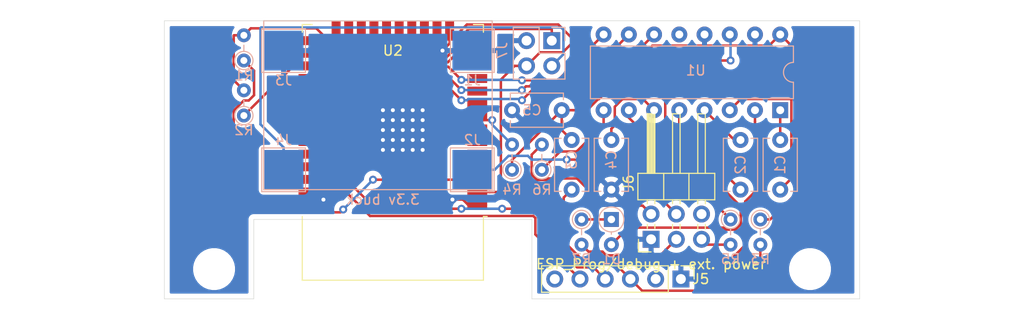
<source format=kicad_pcb>
(kicad_pcb (version 20171130) (host pcbnew "(5.1.2)-2")

  (general
    (thickness 1.6)
    (drawings 18)
    (tracks 272)
    (zones 0)
    (modules 24)
    (nets 57)
  )

  (page A4)
  (title_block
    (title "MEP ESP32")
    (date 2021-11-23)
    (rev 1.10)
    (company www.dabbler.dk)
    (comment 1 "Buck converter must be set around 3.6v")
    (comment 2 "Mount either R3 or R4 (not both!)")
    (comment 3 "The MEP connector legs should not be fully inserted in the PCB")
    (comment 4 "WARNING: The MEP pins does NOT match the MEP documentation")
  )

  (layers
    (0 F.Cu signal)
    (31 B.Cu signal)
    (32 B.Adhes user)
    (33 F.Adhes user)
    (34 B.Paste user)
    (35 F.Paste user)
    (36 B.SilkS user)
    (37 F.SilkS user)
    (38 B.Mask user)
    (39 F.Mask user)
    (40 Dwgs.User user)
    (41 Cmts.User user)
    (42 Eco1.User user)
    (43 Eco2.User user)
    (44 Edge.Cuts user)
    (45 Margin user)
    (46 B.CrtYd user)
    (47 F.CrtYd user)
    (48 B.Fab user)
    (49 F.Fab user)
  )

  (setup
    (last_trace_width 0.25)
    (trace_clearance 0.2)
    (zone_clearance 0.508)
    (zone_45_only no)
    (trace_min 0.2)
    (via_size 0.8)
    (via_drill 0.4)
    (via_min_size 0.4)
    (via_min_drill 0.3)
    (uvia_size 0.3)
    (uvia_drill 0.1)
    (uvias_allowed no)
    (uvia_min_size 0.2)
    (uvia_min_drill 0.1)
    (edge_width 0.05)
    (segment_width 0.2)
    (pcb_text_width 0.3)
    (pcb_text_size 1.5 1.5)
    (mod_edge_width 0.12)
    (mod_text_size 1 1)
    (mod_text_width 0.15)
    (pad_size 5 5)
    (pad_drill 0)
    (pad_to_mask_clearance 0.051)
    (solder_mask_min_width 0.25)
    (aux_axis_origin 0 0)
    (visible_elements 7FFFFFFF)
    (pcbplotparams
      (layerselection 0x010fc_ffffffff)
      (usegerberextensions true)
      (usegerberattributes false)
      (usegerberadvancedattributes false)
      (creategerberjobfile false)
      (excludeedgelayer true)
      (linewidth 0.150000)
      (plotframeref false)
      (viasonmask false)
      (mode 1)
      (useauxorigin false)
      (hpglpennumber 1)
      (hpglpenspeed 20)
      (hpglpendiameter 15.000000)
      (psnegative false)
      (psa4output false)
      (plotreference true)
      (plotvalue false)
      (plotinvisibletext false)
      (padsonsilk false)
      (subtractmaskfromsilk true)
      (outputformat 1)
      (mirror false)
      (drillshape 0)
      (scaleselection 1)
      (outputdirectory "Plots/"))
  )

  (net 0 "")
  (net 1 +3V3)
  (net 2 GND)
  (net 3 ENABLE)
  (net 4 ESP_RXD0)
  (net 5 ESP_TXD0)
  (net 6 TXD)
  (net 7 RXD)
  (net 8 RXD2_TTL)
  (net 9 TXD2_TTL)
  (net 10 ENABLE_TTL)
  (net 11 "Net-(C1-Pad1)")
  (net 12 "Net-(C1-Pad2)")
  (net 13 "Net-(C2-Pad2)")
  (net 14 "Net-(C2-Pad1)")
  (net 15 "Net-(C3-Pad2)")
  (net 16 "Net-(C4-Pad2)")
  (net 17 "Net-(D1-Pad2)")
  (net 18 "Net-(J6-Pad6)")
  (net 19 "Net-(U1-Pad12)")
  (net 20 "Net-(U2-Pad4)")
  (net 21 "Net-(U2-Pad5)")
  (net 22 "Net-(U2-Pad6)")
  (net 23 "Net-(U2-Pad7)")
  (net 24 "Net-(U2-Pad9)")
  (net 25 "Net-(U2-Pad10)")
  (net 26 "Net-(U2-Pad11)")
  (net 27 "Net-(U2-Pad12)")
  (net 28 "Net-(U2-Pad13)")
  (net 29 "Net-(U2-Pad14)")
  (net 30 "Net-(U2-Pad16)")
  (net 31 "Net-(U2-Pad17)")
  (net 32 "Net-(U2-Pad18)")
  (net 33 "Net-(U2-Pad19)")
  (net 34 "Net-(U2-Pad20)")
  (net 35 "Net-(U2-Pad21)")
  (net 36 "Net-(U2-Pad22)")
  (net 37 "Net-(U2-Pad23)")
  (net 38 "Net-(U2-Pad24)")
  (net 39 "Net-(U2-Pad26)")
  (net 40 "Net-(U2-Pad30)")
  (net 41 "Net-(U2-Pad31)")
  (net 42 "Net-(U2-Pad32)")
  (net 43 "Net-(U2-Pad33)")
  (net 44 "Net-(U2-Pad36)")
  (net 45 "Net-(U2-Pad37)")
  (net 46 "Net-(J4-Pad1)")
  (net 47 ESP_PROGRAM)
  (net 48 "Net-(R1-Pad1)")
  (net 49 "Net-(C3-Pad1)")
  (net 50 "Net-(D1-Pad1)")
  (net 51 +24V)
  (net 52 "Net-(J5-Pad2)")
  (net 53 "Net-(J5-Pad6)")
  (net 54 RS3232_ENABLE)
  (net 55 "Net-(R5-Pad1)")
  (net 56 "Net-(R6-Pad1)")

  (net_class Default "This is the default net class."
    (clearance 0.2)
    (trace_width 0.25)
    (via_dia 0.8)
    (via_drill 0.4)
    (uvia_dia 0.3)
    (uvia_drill 0.1)
    (add_net +24V)
    (add_net +3V3)
    (add_net ENABLE)
    (add_net ENABLE_TTL)
    (add_net ESP_PROGRAM)
    (add_net ESP_RXD0)
    (add_net ESP_TXD0)
    (add_net GND)
    (add_net "Net-(C1-Pad1)")
    (add_net "Net-(C1-Pad2)")
    (add_net "Net-(C2-Pad1)")
    (add_net "Net-(C2-Pad2)")
    (add_net "Net-(C3-Pad1)")
    (add_net "Net-(C3-Pad2)")
    (add_net "Net-(C4-Pad2)")
    (add_net "Net-(D1-Pad1)")
    (add_net "Net-(D1-Pad2)")
    (add_net "Net-(J4-Pad1)")
    (add_net "Net-(J5-Pad2)")
    (add_net "Net-(J5-Pad6)")
    (add_net "Net-(J6-Pad6)")
    (add_net "Net-(R1-Pad1)")
    (add_net "Net-(R5-Pad1)")
    (add_net "Net-(R6-Pad1)")
    (add_net "Net-(U1-Pad12)")
    (add_net "Net-(U2-Pad10)")
    (add_net "Net-(U2-Pad11)")
    (add_net "Net-(U2-Pad12)")
    (add_net "Net-(U2-Pad13)")
    (add_net "Net-(U2-Pad14)")
    (add_net "Net-(U2-Pad16)")
    (add_net "Net-(U2-Pad17)")
    (add_net "Net-(U2-Pad18)")
    (add_net "Net-(U2-Pad19)")
    (add_net "Net-(U2-Pad20)")
    (add_net "Net-(U2-Pad21)")
    (add_net "Net-(U2-Pad22)")
    (add_net "Net-(U2-Pad23)")
    (add_net "Net-(U2-Pad24)")
    (add_net "Net-(U2-Pad26)")
    (add_net "Net-(U2-Pad30)")
    (add_net "Net-(U2-Pad31)")
    (add_net "Net-(U2-Pad32)")
    (add_net "Net-(U2-Pad33)")
    (add_net "Net-(U2-Pad36)")
    (add_net "Net-(U2-Pad37)")
    (add_net "Net-(U2-Pad4)")
    (add_net "Net-(U2-Pad5)")
    (add_net "Net-(U2-Pad6)")
    (add_net "Net-(U2-Pad7)")
    (add_net "Net-(U2-Pad9)")
    (add_net RS3232_ENABLE)
    (add_net RXD)
    (add_net RXD2_TTL)
    (add_net TXD)
    (add_net TXD2_TTL)
  )

  (module Connector_PinHeader_2.54mm:PinHeader_2x03_P2.54mm_Horizontal (layer F.Cu) (tedit 59FED5CB) (tstamp 60B66607)
    (at 226 154 90)
    (descr "Through hole angled pin header, 2x03, 2.54mm pitch, 6mm pin length, double rows")
    (tags "Through hole angled pin header THT 2x03 2.54mm double row")
    (path /60B72313)
    (fp_text reference J6 (at 5.655 -2.27 90) (layer F.SilkS)
      (effects (font (size 1 1) (thickness 0.15)))
    )
    (fp_text value "NES Meter MEP" (at 5.655 7.35 90) (layer F.Fab)
      (effects (font (size 1 1) (thickness 0.15)))
    )
    (fp_line (start 4.675 -1.27) (end 6.58 -1.27) (layer F.Fab) (width 0.1))
    (fp_line (start 6.58 -1.27) (end 6.58 6.35) (layer F.Fab) (width 0.1))
    (fp_line (start 6.58 6.35) (end 4.04 6.35) (layer F.Fab) (width 0.1))
    (fp_line (start 4.04 6.35) (end 4.04 -0.635) (layer F.Fab) (width 0.1))
    (fp_line (start 4.04 -0.635) (end 4.675 -1.27) (layer F.Fab) (width 0.1))
    (fp_line (start -0.32 -0.32) (end 4.04 -0.32) (layer F.Fab) (width 0.1))
    (fp_line (start -0.32 -0.32) (end -0.32 0.32) (layer F.Fab) (width 0.1))
    (fp_line (start -0.32 0.32) (end 4.04 0.32) (layer F.Fab) (width 0.1))
    (fp_line (start 6.58 -0.32) (end 12.58 -0.32) (layer F.Fab) (width 0.1))
    (fp_line (start 12.58 -0.32) (end 12.58 0.32) (layer F.Fab) (width 0.1))
    (fp_line (start 6.58 0.32) (end 12.58 0.32) (layer F.Fab) (width 0.1))
    (fp_line (start -0.32 2.22) (end 4.04 2.22) (layer F.Fab) (width 0.1))
    (fp_line (start -0.32 2.22) (end -0.32 2.86) (layer F.Fab) (width 0.1))
    (fp_line (start -0.32 2.86) (end 4.04 2.86) (layer F.Fab) (width 0.1))
    (fp_line (start 6.58 2.22) (end 12.58 2.22) (layer F.Fab) (width 0.1))
    (fp_line (start 12.58 2.22) (end 12.58 2.86) (layer F.Fab) (width 0.1))
    (fp_line (start 6.58 2.86) (end 12.58 2.86) (layer F.Fab) (width 0.1))
    (fp_line (start -0.32 4.76) (end 4.04 4.76) (layer F.Fab) (width 0.1))
    (fp_line (start -0.32 4.76) (end -0.32 5.4) (layer F.Fab) (width 0.1))
    (fp_line (start -0.32 5.4) (end 4.04 5.4) (layer F.Fab) (width 0.1))
    (fp_line (start 6.58 4.76) (end 12.58 4.76) (layer F.Fab) (width 0.1))
    (fp_line (start 12.58 4.76) (end 12.58 5.4) (layer F.Fab) (width 0.1))
    (fp_line (start 6.58 5.4) (end 12.58 5.4) (layer F.Fab) (width 0.1))
    (fp_line (start 3.98 -1.33) (end 3.98 6.41) (layer F.SilkS) (width 0.12))
    (fp_line (start 3.98 6.41) (end 6.64 6.41) (layer F.SilkS) (width 0.12))
    (fp_line (start 6.64 6.41) (end 6.64 -1.33) (layer F.SilkS) (width 0.12))
    (fp_line (start 6.64 -1.33) (end 3.98 -1.33) (layer F.SilkS) (width 0.12))
    (fp_line (start 6.64 -0.38) (end 12.64 -0.38) (layer F.SilkS) (width 0.12))
    (fp_line (start 12.64 -0.38) (end 12.64 0.38) (layer F.SilkS) (width 0.12))
    (fp_line (start 12.64 0.38) (end 6.64 0.38) (layer F.SilkS) (width 0.12))
    (fp_line (start 6.64 -0.32) (end 12.64 -0.32) (layer F.SilkS) (width 0.12))
    (fp_line (start 6.64 -0.2) (end 12.64 -0.2) (layer F.SilkS) (width 0.12))
    (fp_line (start 6.64 -0.08) (end 12.64 -0.08) (layer F.SilkS) (width 0.12))
    (fp_line (start 6.64 0.04) (end 12.64 0.04) (layer F.SilkS) (width 0.12))
    (fp_line (start 6.64 0.16) (end 12.64 0.16) (layer F.SilkS) (width 0.12))
    (fp_line (start 6.64 0.28) (end 12.64 0.28) (layer F.SilkS) (width 0.12))
    (fp_line (start 3.582929 -0.38) (end 3.98 -0.38) (layer F.SilkS) (width 0.12))
    (fp_line (start 3.582929 0.38) (end 3.98 0.38) (layer F.SilkS) (width 0.12))
    (fp_line (start 1.11 -0.38) (end 1.497071 -0.38) (layer F.SilkS) (width 0.12))
    (fp_line (start 1.11 0.38) (end 1.497071 0.38) (layer F.SilkS) (width 0.12))
    (fp_line (start 3.98 1.27) (end 6.64 1.27) (layer F.SilkS) (width 0.12))
    (fp_line (start 6.64 2.16) (end 12.64 2.16) (layer F.SilkS) (width 0.12))
    (fp_line (start 12.64 2.16) (end 12.64 2.92) (layer F.SilkS) (width 0.12))
    (fp_line (start 12.64 2.92) (end 6.64 2.92) (layer F.SilkS) (width 0.12))
    (fp_line (start 3.582929 2.16) (end 3.98 2.16) (layer F.SilkS) (width 0.12))
    (fp_line (start 3.582929 2.92) (end 3.98 2.92) (layer F.SilkS) (width 0.12))
    (fp_line (start 1.042929 2.16) (end 1.497071 2.16) (layer F.SilkS) (width 0.12))
    (fp_line (start 1.042929 2.92) (end 1.497071 2.92) (layer F.SilkS) (width 0.12))
    (fp_line (start 3.98 3.81) (end 6.64 3.81) (layer F.SilkS) (width 0.12))
    (fp_line (start 6.64 4.7) (end 12.64 4.7) (layer F.SilkS) (width 0.12))
    (fp_line (start 12.64 4.7) (end 12.64 5.46) (layer F.SilkS) (width 0.12))
    (fp_line (start 12.64 5.46) (end 6.64 5.46) (layer F.SilkS) (width 0.12))
    (fp_line (start 3.582929 4.7) (end 3.98 4.7) (layer F.SilkS) (width 0.12))
    (fp_line (start 3.582929 5.46) (end 3.98 5.46) (layer F.SilkS) (width 0.12))
    (fp_line (start 1.042929 4.7) (end 1.497071 4.7) (layer F.SilkS) (width 0.12))
    (fp_line (start 1.042929 5.46) (end 1.497071 5.46) (layer F.SilkS) (width 0.12))
    (fp_line (start -1.27 0) (end -1.27 -1.27) (layer F.SilkS) (width 0.12))
    (fp_line (start -1.27 -1.27) (end 0 -1.27) (layer F.SilkS) (width 0.12))
    (fp_line (start -1.8 -1.8) (end -1.8 6.85) (layer F.CrtYd) (width 0.05))
    (fp_line (start -1.8 6.85) (end 13.1 6.85) (layer F.CrtYd) (width 0.05))
    (fp_line (start 13.1 6.85) (end 13.1 -1.8) (layer F.CrtYd) (width 0.05))
    (fp_line (start 13.1 -1.8) (end -1.8 -1.8) (layer F.CrtYd) (width 0.05))
    (fp_text user %R (at 5.31 2.54) (layer F.Fab)
      (effects (font (size 1 1) (thickness 0.15)))
    )
    (pad 1 thru_hole rect (at 0 0 90) (size 1.7 1.7) (drill 1) (layers *.Cu *.Mask)
      (net 2 GND))
    (pad 2 thru_hole oval (at 2.54 0 90) (size 1.7 1.7) (drill 1) (layers *.Cu *.Mask)
      (net 7 RXD))
    (pad 3 thru_hole oval (at 0 2.54 90) (size 1.7 1.7) (drill 1) (layers *.Cu *.Mask)
      (net 3 ENABLE))
    (pad 4 thru_hole oval (at 2.54 2.54 90) (size 1.7 1.7) (drill 1) (layers *.Cu *.Mask)
      (net 51 +24V))
    (pad 5 thru_hole oval (at 0 5.08 90) (size 1.7 1.7) (drill 1) (layers *.Cu *.Mask)
      (net 6 TXD))
    (pad 6 thru_hole oval (at 2.54 5.08 90) (size 1.7 1.7) (drill 1) (layers *.Cu *.Mask)
      (net 18 "Net-(J6-Pad6)"))
    (model ${KISYS3DMOD}/Connector_PinHeader_2.54mm.3dshapes/PinHeader_2x03_P2.54mm_Horizontal.wrl
      (at (xyz 0 0 0))
      (scale (xyz 1 1 1))
      (rotate (xyz 0 0 0))
    )
  )

  (module Diode_THT:D_DO-34_SOD68_P2.54mm_Vertical_AnodeUp (layer B.Cu) (tedit 5AE50CD5) (tstamp 608645AD)
    (at 222 152 270)
    (descr "Diode, DO-34_SOD68 series, Axial, Vertical, pin pitch=2.54mm, , length*diameter=3.04*1.6mm^2, , https://www.nxp.com/docs/en/data-sheet/KTY83_SER.pdf")
    (tags "Diode DO-34_SOD68 series Axial Vertical pin pitch 2.54mm  length 3.04mm diameter 1.6mm")
    (path /6076890E)
    (fp_text reference D1 (at 4 0 180) (layer B.SilkS)
      (effects (font (size 1 1) (thickness 0.15)) (justify mirror))
    )
    (fp_text value 1N4007 (at 1.27 -3.809 270) (layer B.Fab)
      (effects (font (size 1 1) (thickness 0.15)) (justify mirror))
    )
    (fp_text user A (at 4.44 0 90) (layer B.Fab)
      (effects (font (size 1 1) (thickness 0.15)) (justify mirror))
    )
    (fp_text user A (at 4.29 0 90) (layer B.Fab)
      (effects (font (size 1 1) (thickness 0.15)) (justify mirror))
    )
    (fp_text user %R (at 1.27 2.92 270) (layer B.Fab)
      (effects (font (size 1 1) (thickness 0.15)) (justify mirror))
    )
    (fp_line (start 3.54 1.05) (end -1.05 1.05) (layer B.CrtYd) (width 0.05))
    (fp_line (start 3.54 -1.05) (end 3.54 1.05) (layer B.CrtYd) (width 0.05))
    (fp_line (start -1.05 -1.05) (end 3.54 -1.05) (layer B.CrtYd) (width 0.05))
    (fp_line (start -1.05 1.05) (end -1.05 -1.05) (layer B.CrtYd) (width 0.05))
    (fp_line (start 1.25566 0) (end 1.49 0) (layer B.SilkS) (width 0.12))
    (fp_line (start 0 0) (end 2.54 0) (layer B.Fab) (width 0.1))
    (fp_circle (center 0 0) (end 1.25566 0) (layer B.SilkS) (width 0.12))
    (fp_circle (center 0 0) (end 0.8 0) (layer B.Fab) (width 0.1))
    (pad 2 thru_hole oval (at 2.54 0 270) (size 1.5 1.5) (drill 0.75) (layers *.Cu *.Mask)
      (net 17 "Net-(D1-Pad2)"))
    (pad 1 thru_hole rect (at 0 0 270) (size 1.5 1.5) (drill 0.75) (layers *.Cu *.Mask)
      (net 50 "Net-(D1-Pad1)"))
    (model ${KISYS3DMOD}/Diode_THT.3dshapes/D_DO-34_SOD68_P2.54mm_Vertical_AnodeUp.wrl
      (at (xyz 0 0 0))
      (scale (xyz 1 1 1))
      (rotate (xyz 0 0 0))
    )
  )

  (module RF_Module:ESP32-WROOM-32 (layer F.Cu) (tedit 618AD0A7) (tstamp 60836213)
    (at 200 142.255 180)
    (descr "Single 2.4 GHz Wi-Fi and Bluetooth combo chip https://www.espressif.com/sites/default/files/documentation/esp32-wroom-32_datasheet_en.pdf")
    (tags "Single 2.4 GHz Wi-Fi and Bluetooth combo  chip")
    (path /60779273)
    (attr smd)
    (fp_text reference U2 (at 0 7.255 180) (layer F.SilkS)
      (effects (font (size 1 1) (thickness 0.15)))
    )
    (fp_text value ESP32-WROOM-32 (at 0 11.5) (layer F.Fab)
      (effects (font (size 1 1) (thickness 0.15)))
    )
    (fp_text user %R (at 0 0) (layer F.Fab)
      (effects (font (size 1 1) (thickness 0.15)))
    )
    (fp_text user "KEEP-OUT ZONE" (at 0 -19) (layer Cmts.User)
      (effects (font (size 1 1) (thickness 0.15)))
    )
    (fp_text user Antenna (at 0 -13) (layer Cmts.User)
      (effects (font (size 1 1) (thickness 0.15)))
    )
    (fp_text user "5 mm" (at 11.8 -14.375) (layer Cmts.User)
      (effects (font (size 0.5 0.5) (thickness 0.1)))
    )
    (fp_text user "5 mm" (at -11.2 -14.375) (layer Cmts.User)
      (effects (font (size 0.5 0.5) (thickness 0.1)))
    )
    (fp_text user "5 mm" (at 7.8 -19.075 90) (layer Cmts.User)
      (effects (font (size 0.5 0.5) (thickness 0.1)))
    )
    (fp_line (start -14 -9.97) (end -14 -20.75) (layer Dwgs.User) (width 0.1))
    (fp_line (start 9 9.76) (end 9 -15.745) (layer F.Fab) (width 0.1))
    (fp_line (start -9 9.76) (end 9 9.76) (layer F.Fab) (width 0.1))
    (fp_line (start -9 -15.745) (end -9 -10.02) (layer F.Fab) (width 0.1))
    (fp_line (start -9 -15.745) (end 9 -15.745) (layer F.Fab) (width 0.1))
    (fp_line (start -9.75 10.5) (end -9.75 -9.72) (layer F.CrtYd) (width 0.05))
    (fp_line (start -9.75 10.5) (end 9.75 10.5) (layer F.CrtYd) (width 0.05))
    (fp_line (start 9.75 -9.72) (end 9.75 10.5) (layer F.CrtYd) (width 0.05))
    (fp_line (start -14.25 -21) (end 14.25 -21) (layer F.CrtYd) (width 0.05))
    (fp_line (start -9 -9.02) (end -9 9.76) (layer F.Fab) (width 0.1))
    (fp_line (start -8.5 -9.52) (end -9 -10.02) (layer F.Fab) (width 0.1))
    (fp_line (start -9 -9.02) (end -8.5 -9.52) (layer F.Fab) (width 0.1))
    (fp_line (start 14 -9.97) (end -14 -9.97) (layer Dwgs.User) (width 0.1))
    (fp_line (start 14 -9.97) (end 14 -20.75) (layer Dwgs.User) (width 0.1))
    (fp_line (start 14 -20.75) (end -14 -20.75) (layer Dwgs.User) (width 0.1))
    (fp_line (start -14.25 -21) (end -14.25 -9.72) (layer F.CrtYd) (width 0.05))
    (fp_line (start 14.25 -21) (end 14.25 -9.72) (layer F.CrtYd) (width 0.05))
    (fp_line (start -14.25 -9.72) (end -9.75 -9.72) (layer F.CrtYd) (width 0.05))
    (fp_line (start 9.75 -9.72) (end 14.25 -9.72) (layer F.CrtYd) (width 0.05))
    (fp_line (start -12.525 -20.75) (end -14 -19.66) (layer Dwgs.User) (width 0.1))
    (fp_line (start -10.525 -20.75) (end -14 -18.045) (layer Dwgs.User) (width 0.1))
    (fp_line (start -8.525 -20.75) (end -14 -16.43) (layer Dwgs.User) (width 0.1))
    (fp_line (start -6.525 -20.75) (end -14 -14.815) (layer Dwgs.User) (width 0.1))
    (fp_line (start -4.525 -20.75) (end -14 -13.2) (layer Dwgs.User) (width 0.1))
    (fp_line (start -2.525 -20.75) (end -14 -11.585) (layer Dwgs.User) (width 0.1))
    (fp_line (start -0.525 -20.75) (end -14 -9.97) (layer Dwgs.User) (width 0.1))
    (fp_line (start 1.475 -20.75) (end -12 -9.97) (layer Dwgs.User) (width 0.1))
    (fp_line (start 3.475 -20.75) (end -10 -9.97) (layer Dwgs.User) (width 0.1))
    (fp_line (start -8 -9.97) (end 5.475 -20.75) (layer Dwgs.User) (width 0.1))
    (fp_line (start 7.475 -20.75) (end -6 -9.97) (layer Dwgs.User) (width 0.1))
    (fp_line (start 9.475 -20.75) (end -4 -9.97) (layer Dwgs.User) (width 0.1))
    (fp_line (start 11.475 -20.75) (end -2 -9.97) (layer Dwgs.User) (width 0.1))
    (fp_line (start 13.475 -20.75) (end 0 -9.97) (layer Dwgs.User) (width 0.1))
    (fp_line (start 14 -19.66) (end 2 -9.97) (layer Dwgs.User) (width 0.1))
    (fp_line (start 14 -18.045) (end 4 -9.97) (layer Dwgs.User) (width 0.1))
    (fp_line (start 14 -16.43) (end 6 -9.97) (layer Dwgs.User) (width 0.1))
    (fp_line (start 14 -14.815) (end 8 -9.97) (layer Dwgs.User) (width 0.1))
    (fp_line (start 14 -13.2) (end 10 -9.97) (layer Dwgs.User) (width 0.1))
    (fp_line (start 14 -11.585) (end 12 -9.97) (layer Dwgs.User) (width 0.1))
    (fp_line (start 9.2 -13.875) (end 13.8 -13.875) (layer Cmts.User) (width 0.1))
    (fp_line (start 13.8 -13.875) (end 13.6 -14.075) (layer Cmts.User) (width 0.1))
    (fp_line (start 13.8 -13.875) (end 13.6 -13.675) (layer Cmts.User) (width 0.1))
    (fp_line (start 9.2 -13.875) (end 9.4 -14.075) (layer Cmts.User) (width 0.1))
    (fp_line (start 9.2 -13.875) (end 9.4 -13.675) (layer Cmts.User) (width 0.1))
    (fp_line (start -13.8 -13.875) (end -13.6 -14.075) (layer Cmts.User) (width 0.1))
    (fp_line (start -13.8 -13.875) (end -13.6 -13.675) (layer Cmts.User) (width 0.1))
    (fp_line (start -9.2 -13.875) (end -9.4 -13.675) (layer Cmts.User) (width 0.1))
    (fp_line (start -13.8 -13.875) (end -9.2 -13.875) (layer Cmts.User) (width 0.1))
    (fp_line (start -9.2 -13.875) (end -9.4 -14.075) (layer Cmts.User) (width 0.1))
    (fp_line (start 8.4 -16) (end 8.2 -16.2) (layer Cmts.User) (width 0.1))
    (fp_line (start 8.4 -16) (end 8.6 -16.2) (layer Cmts.User) (width 0.1))
    (fp_line (start 8.4 -20.6) (end 8.6 -20.4) (layer Cmts.User) (width 0.1))
    (fp_line (start 8.4 -16) (end 8.4 -20.6) (layer Cmts.User) (width 0.1))
    (fp_line (start 8.4 -20.6) (end 8.2 -20.4) (layer Cmts.User) (width 0.1))
    (fp_line (start -9.12 9.1) (end -9.12 9.88) (layer F.SilkS) (width 0.12))
    (fp_line (start -9.12 9.88) (end -8.12 9.88) (layer F.SilkS) (width 0.12))
    (fp_line (start 9.12 9.1) (end 9.12 9.88) (layer F.SilkS) (width 0.12))
    (fp_line (start 9.12 9.88) (end 8.12 9.88) (layer F.SilkS) (width 0.12))
    (fp_line (start -9.12 -15.865) (end 9.12 -15.865) (layer F.SilkS) (width 0.12))
    (fp_line (start 9.12 -15.865) (end 9.12 -9.445) (layer F.SilkS) (width 0.12))
    (fp_line (start -9.12 -15.865) (end -9.12 -9.445) (layer F.SilkS) (width 0.12))
    (fp_line (start -9.12 -9.445) (end -9.5 -9.445) (layer F.SilkS) (width 0.12))
    (pad 39 smd rect (at -1 -0.755 180) (size 5 5) (layers F.Cu F.Paste F.Mask)
      (net 2 GND) (zone_connect 2))
    (pad 1 smd rect (at -8.5 -8.255 180) (size 2 0.9) (layers F.Cu F.Paste F.Mask)
      (net 2 GND))
    (pad 2 smd rect (at -8.5 -6.985 180) (size 2 0.9) (layers F.Cu F.Paste F.Mask)
      (net 1 +3V3))
    (pad 3 smd rect (at -8.5 -5.715 180) (size 2 0.9) (layers F.Cu F.Paste F.Mask)
      (net 48 "Net-(R1-Pad1)"))
    (pad 4 smd rect (at -8.5 -4.445 180) (size 2 0.9) (layers F.Cu F.Paste F.Mask)
      (net 20 "Net-(U2-Pad4)"))
    (pad 5 smd rect (at -8.5 -3.175 180) (size 2 0.9) (layers F.Cu F.Paste F.Mask)
      (net 21 "Net-(U2-Pad5)"))
    (pad 6 smd rect (at -8.5 -1.905 180) (size 2 0.9) (layers F.Cu F.Paste F.Mask)
      (net 22 "Net-(U2-Pad6)"))
    (pad 7 smd rect (at -8.5 -0.635 180) (size 2 0.9) (layers F.Cu F.Paste F.Mask)
      (net 23 "Net-(U2-Pad7)"))
    (pad 8 smd rect (at -8.5 0.635 180) (size 2 0.9) (layers F.Cu F.Paste F.Mask)
      (net 54 RS3232_ENABLE))
    (pad 9 smd rect (at -8.5 1.905 180) (size 2 0.9) (layers F.Cu F.Paste F.Mask)
      (net 24 "Net-(U2-Pad9)"))
    (pad 10 smd rect (at -8.5 3.175 180) (size 2 0.9) (layers F.Cu F.Paste F.Mask)
      (net 25 "Net-(U2-Pad10)"))
    (pad 11 smd rect (at -8.5 4.445 180) (size 2 0.9) (layers F.Cu F.Paste F.Mask)
      (net 26 "Net-(U2-Pad11)"))
    (pad 12 smd rect (at -8.5 5.715 180) (size 2 0.9) (layers F.Cu F.Paste F.Mask)
      (net 27 "Net-(U2-Pad12)"))
    (pad 13 smd rect (at -8.5 6.985 180) (size 2 0.9) (layers F.Cu F.Paste F.Mask)
      (net 28 "Net-(U2-Pad13)"))
    (pad 14 smd rect (at -8.5 8.255 180) (size 2 0.9) (layers F.Cu F.Paste F.Mask)
      (net 29 "Net-(U2-Pad14)"))
    (pad 15 smd rect (at -5.715 9.255 270) (size 2 0.9) (layers F.Cu F.Paste F.Mask)
      (net 2 GND))
    (pad 16 smd rect (at -4.445 9.255 270) (size 2 0.9) (layers F.Cu F.Paste F.Mask)
      (net 30 "Net-(U2-Pad16)"))
    (pad 17 smd rect (at -3.175 9.255 270) (size 2 0.9) (layers F.Cu F.Paste F.Mask)
      (net 31 "Net-(U2-Pad17)"))
    (pad 18 smd rect (at -1.905 9.255 270) (size 2 0.9) (layers F.Cu F.Paste F.Mask)
      (net 32 "Net-(U2-Pad18)"))
    (pad 19 smd rect (at -0.635 9.255 270) (size 2 0.9) (layers F.Cu F.Paste F.Mask)
      (net 33 "Net-(U2-Pad19)"))
    (pad 20 smd rect (at 0.635 9.255 270) (size 2 0.9) (layers F.Cu F.Paste F.Mask)
      (net 34 "Net-(U2-Pad20)"))
    (pad 21 smd rect (at 1.905 9.255 270) (size 2 0.9) (layers F.Cu F.Paste F.Mask)
      (net 35 "Net-(U2-Pad21)"))
    (pad 22 smd rect (at 3.175 9.255 270) (size 2 0.9) (layers F.Cu F.Paste F.Mask)
      (net 36 "Net-(U2-Pad22)"))
    (pad 23 smd rect (at 4.445 9.255 270) (size 2 0.9) (layers F.Cu F.Paste F.Mask)
      (net 37 "Net-(U2-Pad23)"))
    (pad 24 smd rect (at 5.715 9.255 270) (size 2 0.9) (layers F.Cu F.Paste F.Mask)
      (net 38 "Net-(U2-Pad24)"))
    (pad 25 smd rect (at 8.5 8.255 180) (size 2 0.9) (layers F.Cu F.Paste F.Mask)
      (net 47 ESP_PROGRAM))
    (pad 26 smd rect (at 8.5 6.985 180) (size 2 0.9) (layers F.Cu F.Paste F.Mask)
      (net 39 "Net-(U2-Pad26)"))
    (pad 27 smd rect (at 8.5 5.715 180) (size 2 0.9) (layers F.Cu F.Paste F.Mask)
      (net 8 RXD2_TTL))
    (pad 28 smd rect (at 8.5 4.445 180) (size 2 0.9) (layers F.Cu F.Paste F.Mask)
      (net 9 TXD2_TTL))
    (pad 29 smd rect (at 8.5 3.175 180) (size 2 0.9) (layers F.Cu F.Paste F.Mask)
      (net 10 ENABLE_TTL))
    (pad 30 smd rect (at 8.5 1.905 180) (size 2 0.9) (layers F.Cu F.Paste F.Mask)
      (net 40 "Net-(U2-Pad30)"))
    (pad 31 smd rect (at 8.5 0.635 180) (size 2 0.9) (layers F.Cu F.Paste F.Mask)
      (net 41 "Net-(U2-Pad31)"))
    (pad 32 smd rect (at 8.5 -0.635 180) (size 2 0.9) (layers F.Cu F.Paste F.Mask)
      (net 42 "Net-(U2-Pad32)"))
    (pad 33 smd rect (at 8.5 -1.905 180) (size 2 0.9) (layers F.Cu F.Paste F.Mask)
      (net 43 "Net-(U2-Pad33)"))
    (pad 34 smd rect (at 8.5 -3.175 180) (size 2 0.9) (layers F.Cu F.Paste F.Mask)
      (net 4 ESP_RXD0))
    (pad 35 smd rect (at 8.5 -4.445 180) (size 2 0.9) (layers F.Cu F.Paste F.Mask)
      (net 5 ESP_TXD0))
    (pad 36 smd rect (at 8.5 -5.715 180) (size 2 0.9) (layers F.Cu F.Paste F.Mask)
      (net 44 "Net-(U2-Pad36)"))
    (pad 37 smd rect (at 8.5 -6.985 180) (size 2 0.9) (layers F.Cu F.Paste F.Mask)
      (net 45 "Net-(U2-Pad37)"))
    (pad 38 smd rect (at 8.5 -8.255 180) (size 2 0.9) (layers F.Cu F.Paste F.Mask)
      (net 2 GND))
    (model ${KISYS3DMOD}/RF_Module.3dshapes/ESP32-WROOM-32.wrl
      (at (xyz 0 0 0))
      (scale (xyz 1 1 1))
      (rotate (xyz 0 0 0))
    )
  )

  (module Package_DIP:DIP-16_W7.62mm (layer B.Cu) (tedit 5A02E8C5) (tstamp 6085D287)
    (at 239 141 90)
    (descr "16-lead though-hole mounted DIP package, row spacing 7.62 mm (300 mils)")
    (tags "THT DIP DIL PDIP 2.54mm 7.62mm 300mil")
    (path /607436DE)
    (fp_text reference U1 (at 4 -8.5 180) (layer B.SilkS)
      (effects (font (size 1 1) (thickness 0.15)) (justify mirror))
    )
    (fp_text value MAX3232 (at 3.81 -20.11 90) (layer B.Fab)
      (effects (font (size 1 1) (thickness 0.15)) (justify mirror))
    )
    (fp_arc (start 3.81 1.33) (end 2.81 1.33) (angle 180) (layer B.SilkS) (width 0.12))
    (fp_line (start 1.635 1.27) (end 6.985 1.27) (layer B.Fab) (width 0.1))
    (fp_line (start 6.985 1.27) (end 6.985 -19.05) (layer B.Fab) (width 0.1))
    (fp_line (start 6.985 -19.05) (end 0.635 -19.05) (layer B.Fab) (width 0.1))
    (fp_line (start 0.635 -19.05) (end 0.635 0.27) (layer B.Fab) (width 0.1))
    (fp_line (start 0.635 0.27) (end 1.635 1.27) (layer B.Fab) (width 0.1))
    (fp_line (start 2.81 1.33) (end 1.16 1.33) (layer B.SilkS) (width 0.12))
    (fp_line (start 1.16 1.33) (end 1.16 -19.11) (layer B.SilkS) (width 0.12))
    (fp_line (start 1.16 -19.11) (end 6.46 -19.11) (layer B.SilkS) (width 0.12))
    (fp_line (start 6.46 -19.11) (end 6.46 1.33) (layer B.SilkS) (width 0.12))
    (fp_line (start 6.46 1.33) (end 4.81 1.33) (layer B.SilkS) (width 0.12))
    (fp_line (start -1.1 1.55) (end -1.1 -19.3) (layer B.CrtYd) (width 0.05))
    (fp_line (start -1.1 -19.3) (end 8.7 -19.3) (layer B.CrtYd) (width 0.05))
    (fp_line (start 8.7 -19.3) (end 8.7 1.55) (layer B.CrtYd) (width 0.05))
    (fp_line (start 8.7 1.55) (end -1.1 1.55) (layer B.CrtYd) (width 0.05))
    (fp_text user %R (at 3.81 -8.89 90) (layer B.Fab)
      (effects (font (size 1 1) (thickness 0.15)) (justify mirror))
    )
    (pad 1 thru_hole rect (at 0 0 90) (size 1.6 1.6) (drill 0.8) (layers *.Cu *.Mask)
      (net 11 "Net-(C1-Pad1)"))
    (pad 9 thru_hole oval (at 7.62 -17.78 90) (size 1.6 1.6) (drill 0.8) (layers *.Cu *.Mask)
      (net 8 RXD2_TTL))
    (pad 2 thru_hole oval (at 0 -2.54 90) (size 1.6 1.6) (drill 0.8) (layers *.Cu *.Mask)
      (net 15 "Net-(C3-Pad2)"))
    (pad 10 thru_hole oval (at 7.62 -15.24 90) (size 1.6 1.6) (drill 0.8) (layers *.Cu *.Mask)
      (net 9 TXD2_TTL))
    (pad 3 thru_hole oval (at 0 -5.08 90) (size 1.6 1.6) (drill 0.8) (layers *.Cu *.Mask)
      (net 12 "Net-(C1-Pad2)"))
    (pad 11 thru_hole oval (at 7.62 -12.7 90) (size 1.6 1.6) (drill 0.8) (layers *.Cu *.Mask)
      (net 10 ENABLE_TTL))
    (pad 4 thru_hole oval (at 0 -7.62 90) (size 1.6 1.6) (drill 0.8) (layers *.Cu *.Mask)
      (net 14 "Net-(C2-Pad1)"))
    (pad 12 thru_hole oval (at 7.62 -10.16 90) (size 1.6 1.6) (drill 0.8) (layers *.Cu *.Mask)
      (net 19 "Net-(U1-Pad12)"))
    (pad 5 thru_hole oval (at 0 -10.16 90) (size 1.6 1.6) (drill 0.8) (layers *.Cu *.Mask)
      (net 13 "Net-(C2-Pad2)"))
    (pad 13 thru_hole oval (at 7.62 -7.62 90) (size 1.6 1.6) (drill 0.8) (layers *.Cu *.Mask)
      (net 2 GND))
    (pad 6 thru_hole oval (at 0 -12.7 90) (size 1.6 1.6) (drill 0.8) (layers *.Cu *.Mask)
      (net 16 "Net-(C4-Pad2)"))
    (pad 14 thru_hole oval (at 7.62 -5.08 90) (size 1.6 1.6) (drill 0.8) (layers *.Cu *.Mask)
      (net 17 "Net-(D1-Pad2)"))
    (pad 7 thru_hole oval (at 0 -15.24 90) (size 1.6 1.6) (drill 0.8) (layers *.Cu *.Mask)
      (net 55 "Net-(R5-Pad1)"))
    (pad 15 thru_hole oval (at 7.62 -2.54 90) (size 1.6 1.6) (drill 0.8) (layers *.Cu *.Mask)
      (net 2 GND))
    (pad 8 thru_hole oval (at 0 -17.78 90) (size 1.6 1.6) (drill 0.8) (layers *.Cu *.Mask)
      (net 56 "Net-(R6-Pad1)"))
    (pad 16 thru_hole oval (at 7.62 0 90) (size 1.6 1.6) (drill 0.8) (layers *.Cu *.Mask)
      (net 49 "Net-(C3-Pad1)"))
    (model ${KISYS3DMOD}/Package_DIP.3dshapes/DIP-16_W7.62mm.wrl
      (at (xyz 0 0 0))
      (scale (xyz 1 1 1))
      (rotate (xyz 0 0 0))
    )
  )

  (module Capacitor_THT:C_Disc_D5.1mm_W3.2mm_P5.00mm (layer B.Cu) (tedit 5AE50EF0) (tstamp 6085D126)
    (at 235 144 270)
    (descr "C, Disc series, Radial, pin pitch=5.00mm, , diameter*width=5.1*3.2mm^2, Capacitor, http://www.vishay.com/docs/45233/krseries.pdf")
    (tags "C Disc series Radial pin pitch 5.00mm  diameter 5.1mm width 3.2mm Capacitor")
    (path /6074D775)
    (fp_text reference C2 (at 2.5 0 270) (layer B.SilkS)
      (effects (font (size 1 1) (thickness 0.15)) (justify mirror))
    )
    (fp_text value 100nF (at 2.5 -1 270) (layer B.Fab)
      (effects (font (size 1 1) (thickness 0.15)) (justify mirror))
    )
    (fp_text user %R (at 2.5 0 270) (layer B.Fab)
      (effects (font (size 1 1) (thickness 0.15)) (justify mirror))
    )
    (fp_line (start 6.05 1.85) (end -1.05 1.85) (layer B.CrtYd) (width 0.05))
    (fp_line (start 6.05 -1.85) (end 6.05 1.85) (layer B.CrtYd) (width 0.05))
    (fp_line (start -1.05 -1.85) (end 6.05 -1.85) (layer B.CrtYd) (width 0.05))
    (fp_line (start -1.05 1.85) (end -1.05 -1.85) (layer B.CrtYd) (width 0.05))
    (fp_line (start 5.17 -1.055) (end 5.17 -1.721) (layer B.SilkS) (width 0.12))
    (fp_line (start 5.17 1.721) (end 5.17 1.055) (layer B.SilkS) (width 0.12))
    (fp_line (start -0.17 -1.055) (end -0.17 -1.721) (layer B.SilkS) (width 0.12))
    (fp_line (start -0.17 1.721) (end -0.17 1.055) (layer B.SilkS) (width 0.12))
    (fp_line (start -0.17 -1.721) (end 5.17 -1.721) (layer B.SilkS) (width 0.12))
    (fp_line (start -0.17 1.721) (end 5.17 1.721) (layer B.SilkS) (width 0.12))
    (fp_line (start 5.05 1.6) (end -0.05 1.6) (layer B.Fab) (width 0.1))
    (fp_line (start 5.05 -1.6) (end 5.05 1.6) (layer B.Fab) (width 0.1))
    (fp_line (start -0.05 -1.6) (end 5.05 -1.6) (layer B.Fab) (width 0.1))
    (fp_line (start -0.05 1.6) (end -0.05 -1.6) (layer B.Fab) (width 0.1))
    (pad 2 thru_hole circle (at 5 0 270) (size 1.6 1.6) (drill 0.8) (layers *.Cu *.Mask)
      (net 13 "Net-(C2-Pad2)"))
    (pad 1 thru_hole circle (at 0 0 270) (size 1.6 1.6) (drill 0.8) (layers *.Cu *.Mask)
      (net 14 "Net-(C2-Pad1)"))
    (model ${KISYS3DMOD}/Capacitor_THT.3dshapes/C_Disc_D5.1mm_W3.2mm_P5.00mm.wrl
      (at (xyz 0 0 0))
      (scale (xyz 1 1 1))
      (rotate (xyz 0 0 0))
    )
  )

  (module MountingHole:MountingHole_3.2mm_M3_DIN965 (layer F.Cu) (tedit 56D1B4CB) (tstamp 608357AE)
    (at 242 157)
    (descr "Mounting Hole 3.2mm, no annular, M3, DIN965")
    (tags "mounting hole 3.2mm no annular m3 din965")
    (attr virtual)
    (fp_text reference REF** (at 0 0) (layer F.SilkS) hide
      (effects (font (size 1 1) (thickness 0.15)))
    )
    (fp_text value MountingHole_3.2mm_M3_DIN965 (at 9 4) (layer F.Fab)
      (effects (font (size 1 1) (thickness 0.15)))
    )
    (fp_circle (center 0 0) (end 3.05 0) (layer F.CrtYd) (width 0.05))
    (fp_circle (center 0 0) (end 2.8 0) (layer Cmts.User) (width 0.15))
    (fp_text user %R (at 0.3 0) (layer F.Fab)
      (effects (font (size 1 1) (thickness 0.15)))
    )
    (pad 1 np_thru_hole circle (at 0 0) (size 3.2 3.2) (drill 3.2) (layers *.Cu *.Mask))
  )

  (module MountingHole:MountingHole_3.2mm_M3_DIN965 (layer F.Cu) (tedit 56D1B4CB) (tstamp 608357D8)
    (at 182 157)
    (descr "Mounting Hole 3.2mm, no annular, M3, DIN965")
    (tags "mounting hole 3.2mm no annular m3 din965")
    (attr virtual)
    (fp_text reference REF** (at 0 0) (layer F.SilkS) hide
      (effects (font (size 1 1) (thickness 0.15)))
    )
    (fp_text value MountingHole_3.2mm_M3_DIN965 (at -9 4.2) (layer F.Fab)
      (effects (font (size 1 1) (thickness 0.15)))
    )
    (fp_circle (center 0 0) (end 3.05 0) (layer F.CrtYd) (width 0.05))
    (fp_circle (center 0 0) (end 2.8 0) (layer Cmts.User) (width 0.15))
    (fp_text user %R (at 0.3 0) (layer F.Fab)
      (effects (font (size 1 1) (thickness 0.15)))
    )
    (pad 1 np_thru_hole circle (at 0 0) (size 3.2 3.2) (drill 3.2) (layers *.Cu *.Mask))
  )

  (module Capacitor_THT:C_Disc_D5.1mm_W3.2mm_P5.00mm (layer B.Cu) (tedit 5AE50EF0) (tstamp 6085D111)
    (at 239 144 270)
    (descr "C, Disc series, Radial, pin pitch=5.00mm, , diameter*width=5.1*3.2mm^2, Capacitor, http://www.vishay.com/docs/45233/krseries.pdf")
    (tags "C Disc series Radial pin pitch 5.00mm  diameter 5.1mm width 3.2mm Capacitor")
    (path /6074C960)
    (fp_text reference C1 (at 2.5 0 90) (layer B.SilkS)
      (effects (font (size 1 1) (thickness 0.15)) (justify mirror))
    )
    (fp_text value 100nF (at 2.5 -1 90) (layer B.Fab)
      (effects (font (size 1 1) (thickness 0.15)) (justify mirror))
    )
    (fp_line (start -0.05 1.6) (end -0.05 -1.6) (layer B.Fab) (width 0.1))
    (fp_line (start -0.05 -1.6) (end 5.05 -1.6) (layer B.Fab) (width 0.1))
    (fp_line (start 5.05 -1.6) (end 5.05 1.6) (layer B.Fab) (width 0.1))
    (fp_line (start 5.05 1.6) (end -0.05 1.6) (layer B.Fab) (width 0.1))
    (fp_line (start -0.17 1.721) (end 5.17 1.721) (layer B.SilkS) (width 0.12))
    (fp_line (start -0.17 -1.721) (end 5.17 -1.721) (layer B.SilkS) (width 0.12))
    (fp_line (start -0.17 1.721) (end -0.17 1.055) (layer B.SilkS) (width 0.12))
    (fp_line (start -0.17 -1.055) (end -0.17 -1.721) (layer B.SilkS) (width 0.12))
    (fp_line (start 5.17 1.721) (end 5.17 1.055) (layer B.SilkS) (width 0.12))
    (fp_line (start 5.17 -1.055) (end 5.17 -1.721) (layer B.SilkS) (width 0.12))
    (fp_line (start -1.05 1.85) (end -1.05 -1.85) (layer B.CrtYd) (width 0.05))
    (fp_line (start -1.05 -1.85) (end 6.05 -1.85) (layer B.CrtYd) (width 0.05))
    (fp_line (start 6.05 -1.85) (end 6.05 1.85) (layer B.CrtYd) (width 0.05))
    (fp_line (start 6.05 1.85) (end -1.05 1.85) (layer B.CrtYd) (width 0.05))
    (fp_text user %R (at 2.5 0 90) (layer B.Fab)
      (effects (font (size 1 1) (thickness 0.15)) (justify mirror))
    )
    (pad 1 thru_hole circle (at 0 0 270) (size 1.6 1.6) (drill 0.8) (layers *.Cu *.Mask)
      (net 11 "Net-(C1-Pad1)"))
    (pad 2 thru_hole circle (at 5 0 270) (size 1.6 1.6) (drill 0.8) (layers *.Cu *.Mask)
      (net 12 "Net-(C1-Pad2)"))
    (model ${KISYS3DMOD}/Capacitor_THT.3dshapes/C_Disc_D5.1mm_W3.2mm_P5.00mm.wrl
      (at (xyz 0 0 0))
      (scale (xyz 1 1 1))
      (rotate (xyz 0 0 0))
    )
  )

  (module Capacitor_THT:C_Disc_D5.1mm_W3.2mm_P5.00mm (layer B.Cu) (tedit 5AE50EF0) (tstamp 6085D13B)
    (at 218 144 270)
    (descr "C, Disc series, Radial, pin pitch=5.00mm, , diameter*width=5.1*3.2mm^2, Capacitor, http://www.vishay.com/docs/45233/krseries.pdf")
    (tags "C Disc series Radial pin pitch 5.00mm  diameter 5.1mm width 3.2mm Capacitor")
    (path /6074DD2D)
    (fp_text reference C3 (at 2 0 270) (layer B.SilkS)
      (effects (font (size 1 1) (thickness 0.15)) (justify mirror))
    )
    (fp_text value 100nF (at 2.5 -2.85 90) (layer B.Fab)
      (effects (font (size 1 1) (thickness 0.15)) (justify mirror))
    )
    (fp_line (start -0.05 1.6) (end -0.05 -1.6) (layer B.Fab) (width 0.1))
    (fp_line (start -0.05 -1.6) (end 5.05 -1.6) (layer B.Fab) (width 0.1))
    (fp_line (start 5.05 -1.6) (end 5.05 1.6) (layer B.Fab) (width 0.1))
    (fp_line (start 5.05 1.6) (end -0.05 1.6) (layer B.Fab) (width 0.1))
    (fp_line (start -0.17 1.721) (end 5.17 1.721) (layer B.SilkS) (width 0.12))
    (fp_line (start -0.17 -1.721) (end 5.17 -1.721) (layer B.SilkS) (width 0.12))
    (fp_line (start -0.17 1.721) (end -0.17 1.055) (layer B.SilkS) (width 0.12))
    (fp_line (start -0.17 -1.055) (end -0.17 -1.721) (layer B.SilkS) (width 0.12))
    (fp_line (start 5.17 1.721) (end 5.17 1.055) (layer B.SilkS) (width 0.12))
    (fp_line (start 5.17 -1.055) (end 5.17 -1.721) (layer B.SilkS) (width 0.12))
    (fp_line (start -1.05 1.85) (end -1.05 -1.85) (layer B.CrtYd) (width 0.05))
    (fp_line (start -1.05 -1.85) (end 6.05 -1.85) (layer B.CrtYd) (width 0.05))
    (fp_line (start 6.05 -1.85) (end 6.05 1.85) (layer B.CrtYd) (width 0.05))
    (fp_line (start 6.05 1.85) (end -1.05 1.85) (layer B.CrtYd) (width 0.05))
    (fp_text user %R (at 2.5 0 90) (layer B.Fab)
      (effects (font (size 1 1) (thickness 0.15)) (justify mirror))
    )
    (pad 1 thru_hole circle (at 0 0 270) (size 1.6 1.6) (drill 0.8) (layers *.Cu *.Mask)
      (net 49 "Net-(C3-Pad1)"))
    (pad 2 thru_hole circle (at 5 0 270) (size 1.6 1.6) (drill 0.8) (layers *.Cu *.Mask)
      (net 15 "Net-(C3-Pad2)"))
    (model ${KISYS3DMOD}/Capacitor_THT.3dshapes/C_Disc_D5.1mm_W3.2mm_P5.00mm.wrl
      (at (xyz 0 0 0))
      (scale (xyz 1 1 1))
      (rotate (xyz 0 0 0))
    )
  )

  (module Capacitor_THT:C_Disc_D5.1mm_W3.2mm_P5.00mm (layer B.Cu) (tedit 5AE50EF0) (tstamp 6085D150)
    (at 222 149 90)
    (descr "C, Disc series, Radial, pin pitch=5.00mm, , diameter*width=5.1*3.2mm^2, Capacitor, http://www.vishay.com/docs/45233/krseries.pdf")
    (tags "C Disc series Radial pin pitch 5.00mm  diameter 5.1mm width 3.2mm Capacitor")
    (path /60752A32)
    (fp_text reference C4 (at 3 0 270) (layer B.SilkS)
      (effects (font (size 1 1) (thickness 0.15)) (justify mirror))
    )
    (fp_text value 100nF (at 2.5 -2.85 90) (layer B.Fab)
      (effects (font (size 1 1) (thickness 0.15)) (justify mirror))
    )
    (fp_line (start -0.05 1.6) (end -0.05 -1.6) (layer B.Fab) (width 0.1))
    (fp_line (start -0.05 -1.6) (end 5.05 -1.6) (layer B.Fab) (width 0.1))
    (fp_line (start 5.05 -1.6) (end 5.05 1.6) (layer B.Fab) (width 0.1))
    (fp_line (start 5.05 1.6) (end -0.05 1.6) (layer B.Fab) (width 0.1))
    (fp_line (start -0.17 1.721) (end 5.17 1.721) (layer B.SilkS) (width 0.12))
    (fp_line (start -0.17 -1.721) (end 5.17 -1.721) (layer B.SilkS) (width 0.12))
    (fp_line (start -0.17 1.721) (end -0.17 1.055) (layer B.SilkS) (width 0.12))
    (fp_line (start -0.17 -1.055) (end -0.17 -1.721) (layer B.SilkS) (width 0.12))
    (fp_line (start 5.17 1.721) (end 5.17 1.055) (layer B.SilkS) (width 0.12))
    (fp_line (start 5.17 -1.055) (end 5.17 -1.721) (layer B.SilkS) (width 0.12))
    (fp_line (start -1.05 1.85) (end -1.05 -1.85) (layer B.CrtYd) (width 0.05))
    (fp_line (start -1.05 -1.85) (end 6.05 -1.85) (layer B.CrtYd) (width 0.05))
    (fp_line (start 6.05 -1.85) (end 6.05 1.85) (layer B.CrtYd) (width 0.05))
    (fp_line (start 6.05 1.85) (end -1.05 1.85) (layer B.CrtYd) (width 0.05))
    (fp_text user %R (at 2.5 0 90) (layer B.Fab)
      (effects (font (size 1 1) (thickness 0.15)) (justify mirror))
    )
    (pad 1 thru_hole circle (at 0 0 90) (size 1.6 1.6) (drill 0.8) (layers *.Cu *.Mask)
      (net 2 GND))
    (pad 2 thru_hole circle (at 5 0 90) (size 1.6 1.6) (drill 0.8) (layers *.Cu *.Mask)
      (net 16 "Net-(C4-Pad2)"))
    (model ${KISYS3DMOD}/Capacitor_THT.3dshapes/C_Disc_D5.1mm_W3.2mm_P5.00mm.wrl
      (at (xyz 0 0 0))
      (scale (xyz 1 1 1))
      (rotate (xyz 0 0 0))
    )
  )

  (module Capacitor_THT:C_Disc_D5.1mm_W3.2mm_P5.00mm (layer B.Cu) (tedit 5AE50EF0) (tstamp 6085D165)
    (at 217 141 180)
    (descr "C, Disc series, Radial, pin pitch=5.00mm, , diameter*width=5.1*3.2mm^2, Capacitor, http://www.vishay.com/docs/45233/krseries.pdf")
    (tags "C Disc series Radial pin pitch 5.00mm  diameter 5.1mm width 3.2mm Capacitor")
    (path /6075101E)
    (fp_text reference C5 (at 3 0) (layer B.SilkS)
      (effects (font (size 1 1) (thickness 0.15)) (justify mirror))
    )
    (fp_text value 100nF (at 2.5 -2.85 180) (layer B.Fab)
      (effects (font (size 1 1) (thickness 0.15)) (justify mirror))
    )
    (fp_text user %R (at 2.5 0 180) (layer B.Fab)
      (effects (font (size 1 1) (thickness 0.15)) (justify mirror))
    )
    (fp_line (start 6.05 1.85) (end -1.05 1.85) (layer B.CrtYd) (width 0.05))
    (fp_line (start 6.05 -1.85) (end 6.05 1.85) (layer B.CrtYd) (width 0.05))
    (fp_line (start -1.05 -1.85) (end 6.05 -1.85) (layer B.CrtYd) (width 0.05))
    (fp_line (start -1.05 1.85) (end -1.05 -1.85) (layer B.CrtYd) (width 0.05))
    (fp_line (start 5.17 -1.055) (end 5.17 -1.721) (layer B.SilkS) (width 0.12))
    (fp_line (start 5.17 1.721) (end 5.17 1.055) (layer B.SilkS) (width 0.12))
    (fp_line (start -0.17 -1.055) (end -0.17 -1.721) (layer B.SilkS) (width 0.12))
    (fp_line (start -0.17 1.721) (end -0.17 1.055) (layer B.SilkS) (width 0.12))
    (fp_line (start -0.17 -1.721) (end 5.17 -1.721) (layer B.SilkS) (width 0.12))
    (fp_line (start -0.17 1.721) (end 5.17 1.721) (layer B.SilkS) (width 0.12))
    (fp_line (start 5.05 1.6) (end -0.05 1.6) (layer B.Fab) (width 0.1))
    (fp_line (start 5.05 -1.6) (end 5.05 1.6) (layer B.Fab) (width 0.1))
    (fp_line (start -0.05 -1.6) (end 5.05 -1.6) (layer B.Fab) (width 0.1))
    (fp_line (start -0.05 1.6) (end -0.05 -1.6) (layer B.Fab) (width 0.1))
    (pad 2 thru_hole circle (at 5 0 180) (size 1.6 1.6) (drill 0.8) (layers *.Cu *.Mask)
      (net 2 GND))
    (pad 1 thru_hole circle (at 0 0 180) (size 1.6 1.6) (drill 0.8) (layers *.Cu *.Mask)
      (net 49 "Net-(C3-Pad1)"))
    (model ${KISYS3DMOD}/Capacitor_THT.3dshapes/C_Disc_D5.1mm_W3.2mm_P5.00mm.wrl
      (at (xyz 0 0 0))
      (scale (xyz 1 1 1))
      (rotate (xyz 0 0 0))
    )
  )

  (module Resistor_THT:R_Axial_DIN0204_L3.6mm_D1.6mm_P2.54mm_Vertical (layer B.Cu) (tedit 5AE5139B) (tstamp 6085D254)
    (at 185 136 90)
    (descr "Resistor, Axial_DIN0204 series, Axial, Vertical, pin pitch=2.54mm, 0.167W, length*diameter=3.6*1.6mm^2, http://cdn-reichelt.de/documents/datenblatt/B400/1_4W%23YAG.pdf")
    (tags "Resistor Axial_DIN0204 series Axial Vertical pin pitch 2.54mm 0.167W length 3.6mm diameter 1.6mm")
    (path /607EC198)
    (fp_text reference R1 (at -1.5 0) (layer B.SilkS)
      (effects (font (size 1 1) (thickness 0.15)) (justify mirror))
    )
    (fp_text value 10K (at 1.27 -1.92 270) (layer B.Fab)
      (effects (font (size 1 1) (thickness 0.15)) (justify mirror))
    )
    (fp_circle (center 0 0) (end 0.8 0) (layer B.Fab) (width 0.1))
    (fp_circle (center 0 0) (end 0.92 0) (layer B.SilkS) (width 0.12))
    (fp_line (start 0 0) (end 2.54 0) (layer B.Fab) (width 0.1))
    (fp_line (start 0.92 0) (end 1.54 0) (layer B.SilkS) (width 0.12))
    (fp_line (start -1.05 1.05) (end -1.05 -1.05) (layer B.CrtYd) (width 0.05))
    (fp_line (start -1.05 -1.05) (end 3.49 -1.05) (layer B.CrtYd) (width 0.05))
    (fp_line (start 3.49 -1.05) (end 3.49 1.05) (layer B.CrtYd) (width 0.05))
    (fp_line (start 3.49 1.05) (end -1.05 1.05) (layer B.CrtYd) (width 0.05))
    (fp_text user %R (at 1.27 1.92 270) (layer B.Fab)
      (effects (font (size 1 1) (thickness 0.15)) (justify mirror))
    )
    (pad 1 thru_hole circle (at 0 0 90) (size 1.4 1.4) (drill 0.7) (layers *.Cu *.Mask)
      (net 48 "Net-(R1-Pad1)"))
    (pad 2 thru_hole oval (at 2.54 0 90) (size 1.4 1.4) (drill 0.7) (layers *.Cu *.Mask)
      (net 1 +3V3))
    (model ${KISYS3DMOD}/Resistor_THT.3dshapes/R_Axial_DIN0204_L3.6mm_D1.6mm_P2.54mm_Vertical.wrl
      (at (xyz 0 0 0))
      (scale (xyz 1 1 1))
      (rotate (xyz 0 0 0))
    )
  )

  (module Resistor_THT:R_Axial_DIN0204_L3.6mm_D1.6mm_P2.54mm_Vertical (layer B.Cu) (tedit 5AE5139B) (tstamp 6085D263)
    (at 185 141.54 90)
    (descr "Resistor, Axial_DIN0204 series, Axial, Vertical, pin pitch=2.54mm, 0.167W, length*diameter=3.6*1.6mm^2, http://cdn-reichelt.de/documents/datenblatt/B400/1_4W%23YAG.pdf")
    (tags "Resistor Axial_DIN0204 series Axial Vertical pin pitch 2.54mm 0.167W length 3.6mm diameter 1.6mm")
    (path /607AEF01)
    (fp_text reference R2 (at -1.46 0 180) (layer B.SilkS)
      (effects (font (size 1 1) (thickness 0.15)) (justify mirror))
    )
    (fp_text value 10K (at 1.27 -1.92 90) (layer B.Fab)
      (effects (font (size 1 1) (thickness 0.15)) (justify mirror))
    )
    (fp_text user %R (at 1.27 1.92 90) (layer B.Fab)
      (effects (font (size 1 1) (thickness 0.15)) (justify mirror))
    )
    (fp_line (start 3.49 1.05) (end -1.05 1.05) (layer B.CrtYd) (width 0.05))
    (fp_line (start 3.49 -1.05) (end 3.49 1.05) (layer B.CrtYd) (width 0.05))
    (fp_line (start -1.05 -1.05) (end 3.49 -1.05) (layer B.CrtYd) (width 0.05))
    (fp_line (start -1.05 1.05) (end -1.05 -1.05) (layer B.CrtYd) (width 0.05))
    (fp_line (start 0.92 0) (end 1.54 0) (layer B.SilkS) (width 0.12))
    (fp_line (start 0 0) (end 2.54 0) (layer B.Fab) (width 0.1))
    (fp_circle (center 0 0) (end 0.92 0) (layer B.SilkS) (width 0.12))
    (fp_circle (center 0 0) (end 0.8 0) (layer B.Fab) (width 0.1))
    (pad 2 thru_hole oval (at 2.54 0 90) (size 1.4 1.4) (drill 0.7) (layers *.Cu *.Mask)
      (net 1 +3V3))
    (pad 1 thru_hole circle (at 0 0 90) (size 1.4 1.4) (drill 0.7) (layers *.Cu *.Mask)
      (net 47 ESP_PROGRAM))
    (model ${KISYS3DMOD}/Resistor_THT.3dshapes/R_Axial_DIN0204_L3.6mm_D1.6mm_P2.54mm_Vertical.wrl
      (at (xyz 0 0 0))
      (scale (xyz 1 1 1))
      (rotate (xyz 0 0 0))
    )
  )

  (module Connector_PinHeader_2.54mm:PinHeader_1x06_P2.54mm_Vertical (layer F.Cu) (tedit 59FED5CC) (tstamp 6085DB0F)
    (at 229 158 270)
    (descr "Through hole straight pin header, 1x06, 2.54mm pitch, single row")
    (tags "Through hole pin header THT 1x06 2.54mm single row")
    (path /607E2E6D)
    (fp_text reference J5 (at 0 -2 180) (layer F.SilkS)
      (effects (font (size 1 1) (thickness 0.15)))
    )
    (fp_text value "ESP_Prog/debug + ext. power" (at -1.5 3 180) (layer F.SilkS)
      (effects (font (size 1 1) (thickness 0.15)))
    )
    (fp_line (start -0.635 -1.27) (end 1.27 -1.27) (layer F.Fab) (width 0.1))
    (fp_line (start 1.27 -1.27) (end 1.27 13.97) (layer F.Fab) (width 0.1))
    (fp_line (start 1.27 13.97) (end -1.27 13.97) (layer F.Fab) (width 0.1))
    (fp_line (start -1.27 13.97) (end -1.27 -0.635) (layer F.Fab) (width 0.1))
    (fp_line (start -1.27 -0.635) (end -0.635 -1.27) (layer F.Fab) (width 0.1))
    (fp_line (start -1.33 14.03) (end 1.33 14.03) (layer F.SilkS) (width 0.12))
    (fp_line (start -1.33 1.27) (end -1.33 14.03) (layer F.SilkS) (width 0.12))
    (fp_line (start 1.33 1.27) (end 1.33 14.03) (layer F.SilkS) (width 0.12))
    (fp_line (start -1.33 1.27) (end 1.33 1.27) (layer F.SilkS) (width 0.12))
    (fp_line (start -1.33 0) (end -1.33 -1.33) (layer F.SilkS) (width 0.12))
    (fp_line (start -1.33 -1.33) (end 0 -1.33) (layer F.SilkS) (width 0.12))
    (fp_line (start -1.8 -1.8) (end -1.8 14.5) (layer F.CrtYd) (width 0.05))
    (fp_line (start -1.8 14.5) (end 1.8 14.5) (layer F.CrtYd) (width 0.05))
    (fp_line (start 1.8 14.5) (end 1.8 -1.8) (layer F.CrtYd) (width 0.05))
    (fp_line (start 1.8 -1.8) (end -1.8 -1.8) (layer F.CrtYd) (width 0.05))
    (fp_text user %R (at 0 6.35) (layer F.Fab)
      (effects (font (size 1 1) (thickness 0.15)))
    )
    (pad 1 thru_hole rect (at 0 0 270) (size 1.7 1.7) (drill 1) (layers *.Cu *.Mask)
      (net 2 GND))
    (pad 2 thru_hole oval (at 0 2.54 270) (size 1.7 1.7) (drill 1) (layers *.Cu *.Mask)
      (net 52 "Net-(J5-Pad2)"))
    (pad 3 thru_hole oval (at 0 5.08 270) (size 1.7 1.7) (drill 1) (layers *.Cu *.Mask)
      (net 1 +3V3))
    (pad 4 thru_hole oval (at 0 7.62 270) (size 1.7 1.7) (drill 1) (layers *.Cu *.Mask)
      (net 4 ESP_RXD0))
    (pad 5 thru_hole oval (at 0 10.16 270) (size 1.7 1.7) (drill 1) (layers *.Cu *.Mask)
      (net 5 ESP_TXD0))
    (pad 6 thru_hole oval (at 0 12.7 270) (size 1.7 1.7) (drill 1) (layers *.Cu *.Mask)
      (net 53 "Net-(J5-Pad6)"))
    (model ${KISYS3DMOD}/Connector_PinHeader_2.54mm.3dshapes/PinHeader_1x06_P2.54mm_Vertical.wrl
      (at (xyz 0 0 0))
      (scale (xyz 1 1 1))
      (rotate (xyz 0 0 0))
    )
  )

  (module TestPoint:TestPoint_Pad_4.0x4.0mm (layer B.Cu) (tedit 5A0F774F) (tstamp 6086414E)
    (at 208 135)
    (descr "SMD rectangular pad as test Point, square 4.0mm side length")
    (tags "test point SMD pad rectangle square")
    (path /60735846)
    (attr virtual)
    (fp_text reference J1 (at 0 3 180) (layer B.SilkS)
      (effects (font (size 1 1) (thickness 0.15)) (justify mirror))
    )
    (fp_text value "Buck GND input" (at 0 -3.1) (layer B.Fab)
      (effects (font (size 1 1) (thickness 0.15)) (justify mirror))
    )
    (fp_line (start 2.5 -2.5) (end -2.5 -2.5) (layer B.CrtYd) (width 0.05))
    (fp_line (start 2.5 -2.5) (end 2.5 2.5) (layer B.CrtYd) (width 0.05))
    (fp_line (start -2.5 2.5) (end -2.5 -2.5) (layer B.CrtYd) (width 0.05))
    (fp_line (start -2.5 2.5) (end 2.5 2.5) (layer B.CrtYd) (width 0.05))
    (fp_line (start -2.2 -2.2) (end -2.2 2.2) (layer B.SilkS) (width 0.12))
    (fp_line (start 2.2 -2.2) (end -2.2 -2.2) (layer B.SilkS) (width 0.12))
    (fp_line (start 2.2 2.2) (end 2.2 -2.2) (layer B.SilkS) (width 0.12))
    (fp_line (start -2.2 2.2) (end 2.2 2.2) (layer B.SilkS) (width 0.12))
    (fp_text user %R (at 0 2.9) (layer B.Fab)
      (effects (font (size 1 1) (thickness 0.15)) (justify mirror))
    )
    (pad 1 smd rect (at 0 0) (size 4 4) (layers B.Cu B.Mask)
      (net 2 GND))
  )

  (module TestPoint:TestPoint_Pad_4.0x4.0mm (layer B.Cu) (tedit 5A0F774F) (tstamp 619D25D2)
    (at 208 147)
    (descr "SMD rectangular pad as test Point, square 4.0mm side length")
    (tags "test point SMD pad rectangle square")
    (path /607340DB)
    (attr virtual)
    (fp_text reference J2 (at 0 -3 180) (layer B.SilkS)
      (effects (font (size 1 1) (thickness 0.15)) (justify mirror))
    )
    (fp_text value "Buck +24v input" (at 0 -3.1) (layer B.Fab)
      (effects (font (size 1 1) (thickness 0.15)) (justify mirror))
    )
    (fp_text user %R (at 0 2.9) (layer B.Fab)
      (effects (font (size 1 1) (thickness 0.15)) (justify mirror))
    )
    (fp_line (start -2.2 2.2) (end 2.2 2.2) (layer B.SilkS) (width 0.12))
    (fp_line (start 2.2 2.2) (end 2.2 -2.2) (layer B.SilkS) (width 0.12))
    (fp_line (start 2.2 -2.2) (end -2.2 -2.2) (layer B.SilkS) (width 0.12))
    (fp_line (start -2.2 -2.2) (end -2.2 2.2) (layer B.SilkS) (width 0.12))
    (fp_line (start -2.5 2.5) (end 2.5 2.5) (layer B.CrtYd) (width 0.05))
    (fp_line (start -2.5 2.5) (end -2.5 -2.5) (layer B.CrtYd) (width 0.05))
    (fp_line (start 2.5 -2.5) (end 2.5 2.5) (layer B.CrtYd) (width 0.05))
    (fp_line (start 2.5 -2.5) (end -2.5 -2.5) (layer B.CrtYd) (width 0.05))
    (pad 1 smd rect (at 0 0) (size 4 4) (layers B.Cu B.Mask)
      (net 51 +24V))
  )

  (module TestPoint:TestPoint_Pad_4.0x4.0mm (layer B.Cu) (tedit 5A0F774F) (tstamp 60864168)
    (at 189 135)
    (descr "SMD rectangular pad as test Point, square 4.0mm side length")
    (tags "test point SMD pad rectangle square")
    (path /607351B4)
    (attr virtual)
    (fp_text reference J3 (at 0 3 180) (layer B.SilkS)
      (effects (font (size 1 1) (thickness 0.15)) (justify mirror))
    )
    (fp_text value "Buck GND output" (at 0 -3.1) (layer B.Fab)
      (effects (font (size 1 1) (thickness 0.15)) (justify mirror))
    )
    (fp_line (start 2.5 -2.5) (end -2.5 -2.5) (layer B.CrtYd) (width 0.05))
    (fp_line (start 2.5 -2.5) (end 2.5 2.5) (layer B.CrtYd) (width 0.05))
    (fp_line (start -2.5 2.5) (end -2.5 -2.5) (layer B.CrtYd) (width 0.05))
    (fp_line (start -2.5 2.5) (end 2.5 2.5) (layer B.CrtYd) (width 0.05))
    (fp_line (start -2.2 -2.2) (end -2.2 2.2) (layer B.SilkS) (width 0.12))
    (fp_line (start 2.2 -2.2) (end -2.2 -2.2) (layer B.SilkS) (width 0.12))
    (fp_line (start 2.2 2.2) (end 2.2 -2.2) (layer B.SilkS) (width 0.12))
    (fp_line (start -2.2 2.2) (end 2.2 2.2) (layer B.SilkS) (width 0.12))
    (fp_text user %R (at 0 2.9) (layer B.Fab)
      (effects (font (size 1 1) (thickness 0.15)) (justify mirror))
    )
    (pad 1 smd rect (at 0 0) (size 4 4) (layers B.Cu B.Mask)
      (net 2 GND))
  )

  (module TestPoint:TestPoint_Pad_4.0x4.0mm (layer B.Cu) (tedit 5A0F774F) (tstamp 60864175)
    (at 189 147)
    (descr "SMD rectangular pad as test Point, square 4.0mm side length")
    (tags "test point SMD pad rectangle square")
    (path /607354A8)
    (attr virtual)
    (fp_text reference J4 (at 0 -3) (layer B.SilkS)
      (effects (font (size 1 1) (thickness 0.15)) (justify mirror))
    )
    (fp_text value "Buck +3v3 output" (at 0 -3.1) (layer B.Fab)
      (effects (font (size 1 1) (thickness 0.15)) (justify mirror))
    )
    (fp_text user %R (at 0 2.9) (layer B.Fab)
      (effects (font (size 1 1) (thickness 0.15)) (justify mirror))
    )
    (fp_line (start -2.2 2.2) (end 2.2 2.2) (layer B.SilkS) (width 0.12))
    (fp_line (start 2.2 2.2) (end 2.2 -2.2) (layer B.SilkS) (width 0.12))
    (fp_line (start 2.2 -2.2) (end -2.2 -2.2) (layer B.SilkS) (width 0.12))
    (fp_line (start -2.2 -2.2) (end -2.2 2.2) (layer B.SilkS) (width 0.12))
    (fp_line (start -2.5 2.5) (end 2.5 2.5) (layer B.CrtYd) (width 0.05))
    (fp_line (start -2.5 2.5) (end -2.5 -2.5) (layer B.CrtYd) (width 0.05))
    (fp_line (start 2.5 -2.5) (end 2.5 2.5) (layer B.CrtYd) (width 0.05))
    (fp_line (start 2.5 -2.5) (end -2.5 -2.5) (layer B.CrtYd) (width 0.05))
    (pad 1 smd rect (at 0 0) (size 4 4) (layers B.Cu B.Mask)
      (net 46 "Net-(J4-Pad1)"))
  )

  (module Connector_PinHeader_2.54mm:PinHeader_2x02_P2.54mm_Vertical (layer B.Cu) (tedit 59FED5CC) (tstamp 618AFFF0)
    (at 216 134 180)
    (descr "Through hole straight pin header, 2x02, 2.54mm pitch, double rows")
    (tags "Through hole pin header THT 2x02 2.54mm double row")
    (path /6087D08D)
    (fp_text reference J7 (at 5 -1 270) (layer B.SilkS)
      (effects (font (size 1 1) (thickness 0.15)) (justify mirror))
    )
    (fp_text value "Program/Enable Meter Power" (at 1.27 -4.87) (layer B.Fab)
      (effects (font (size 1 1) (thickness 0.15)) (justify mirror))
    )
    (fp_line (start 0 1.27) (end 3.81 1.27) (layer B.Fab) (width 0.1))
    (fp_line (start 3.81 1.27) (end 3.81 -3.81) (layer B.Fab) (width 0.1))
    (fp_line (start 3.81 -3.81) (end -1.27 -3.81) (layer B.Fab) (width 0.1))
    (fp_line (start -1.27 -3.81) (end -1.27 0) (layer B.Fab) (width 0.1))
    (fp_line (start -1.27 0) (end 0 1.27) (layer B.Fab) (width 0.1))
    (fp_line (start -1.33 -3.87) (end 3.87 -3.87) (layer B.SilkS) (width 0.12))
    (fp_line (start -1.33 -1.27) (end -1.33 -3.87) (layer B.SilkS) (width 0.12))
    (fp_line (start 3.87 1.33) (end 3.87 -3.87) (layer B.SilkS) (width 0.12))
    (fp_line (start -1.33 -1.27) (end 1.27 -1.27) (layer B.SilkS) (width 0.12))
    (fp_line (start 1.27 -1.27) (end 1.27 1.33) (layer B.SilkS) (width 0.12))
    (fp_line (start 1.27 1.33) (end 3.87 1.33) (layer B.SilkS) (width 0.12))
    (fp_line (start -1.33 0) (end -1.33 1.33) (layer B.SilkS) (width 0.12))
    (fp_line (start -1.33 1.33) (end 0 1.33) (layer B.SilkS) (width 0.12))
    (fp_line (start -1.8 1.8) (end -1.8 -4.35) (layer B.CrtYd) (width 0.05))
    (fp_line (start -1.8 -4.35) (end 4.35 -4.35) (layer B.CrtYd) (width 0.05))
    (fp_line (start 4.35 -4.35) (end 4.35 1.8) (layer B.CrtYd) (width 0.05))
    (fp_line (start 4.35 1.8) (end -1.8 1.8) (layer B.CrtYd) (width 0.05))
    (fp_text user %R (at 1.27 -1.27 270) (layer B.Fab)
      (effects (font (size 1 1) (thickness 0.15)) (justify mirror))
    )
    (pad 1 thru_hole rect (at 0 0 180) (size 1.7 1.7) (drill 1) (layers *.Cu *.Mask)
      (net 47 ESP_PROGRAM))
    (pad 2 thru_hole oval (at 2.54 0 180) (size 1.7 1.7) (drill 1) (layers *.Cu *.Mask)
      (net 2 GND))
    (pad 3 thru_hole oval (at 0 -2.54 180) (size 1.7 1.7) (drill 1) (layers *.Cu *.Mask)
      (net 46 "Net-(J4-Pad1)"))
    (pad 4 thru_hole oval (at 2.54 -2.54 180) (size 1.7 1.7) (drill 1) (layers *.Cu *.Mask)
      (net 1 +3V3))
    (model ${KISYS3DMOD}/Connector_PinHeader_2.54mm.3dshapes/PinHeader_2x02_P2.54mm_Vertical.wrl
      (at (xyz 0 0 0))
      (scale (xyz 1 1 1))
      (rotate (xyz 0 0 0))
    )
  )

  (module Resistor_THT:R_Axial_DIN0204_L3.6mm_D1.6mm_P2.54mm_Vertical (layer B.Cu) (tedit 5AE5139B) (tstamp 618B0017)
    (at 237 152 270)
    (descr "Resistor, Axial_DIN0204 series, Axial, Vertical, pin pitch=2.54mm, 0.167W, length*diameter=3.6*1.6mm^2, http://cdn-reichelt.de/documents/datenblatt/B400/1_4W%23YAG.pdf")
    (tags "Resistor Axial_DIN0204 series Axial Vertical pin pitch 2.54mm 0.167W length 3.6mm diameter 1.6mm")
    (path /618C1329)
    (fp_text reference R3 (at 4 0) (layer B.SilkS)
      (effects (font (size 1 1) (thickness 0.15)) (justify mirror))
    )
    (fp_text value 0 (at 1.27 -1.92 270) (layer B.Fab)
      (effects (font (size 1 1) (thickness 0.15)) (justify mirror))
    )
    (fp_circle (center 0 0) (end 0.8 0) (layer B.Fab) (width 0.1))
    (fp_circle (center 0 0) (end 0.92 0) (layer B.SilkS) (width 0.12))
    (fp_line (start 0 0) (end 2.54 0) (layer B.Fab) (width 0.1))
    (fp_line (start 0.92 0) (end 1.54 0) (layer B.SilkS) (width 0.12))
    (fp_line (start -1.05 1.05) (end -1.05 -1.05) (layer B.CrtYd) (width 0.05))
    (fp_line (start -1.05 -1.05) (end 3.49 -1.05) (layer B.CrtYd) (width 0.05))
    (fp_line (start 3.49 -1.05) (end 3.49 1.05) (layer B.CrtYd) (width 0.05))
    (fp_line (start 3.49 1.05) (end -1.05 1.05) (layer B.CrtYd) (width 0.05))
    (fp_text user %R (at 1.27 1.92 270) (layer B.Fab)
      (effects (font (size 1 1) (thickness 0.15)) (justify mirror))
    )
    (pad 1 thru_hole circle (at 0 0 270) (size 1.4 1.4) (drill 0.7) (layers *.Cu *.Mask)
      (net 49 "Net-(C3-Pad1)"))
    (pad 2 thru_hole oval (at 2.54 0 270) (size 1.4 1.4) (drill 0.7) (layers *.Cu *.Mask)
      (net 1 +3V3))
    (model ${KISYS3DMOD}/Resistor_THT.3dshapes/R_Axial_DIN0204_L3.6mm_D1.6mm_P2.54mm_Vertical.wrl
      (at (xyz 0 0 0))
      (scale (xyz 1 1 1))
      (rotate (xyz 0 0 0))
    )
  )

  (module Resistor_THT:R_Axial_DIN0204_L3.6mm_D1.6mm_P2.54mm_Vertical (layer B.Cu) (tedit 5AE5139B) (tstamp 618B0026)
    (at 212 147 90)
    (descr "Resistor, Axial_DIN0204 series, Axial, Vertical, pin pitch=2.54mm, 0.167W, length*diameter=3.6*1.6mm^2, http://cdn-reichelt.de/documents/datenblatt/B400/1_4W%23YAG.pdf")
    (tags "Resistor Axial_DIN0204 series Axial Vertical pin pitch 2.54mm 0.167W length 3.6mm diameter 1.6mm")
    (path /618C1ABF)
    (fp_text reference R4 (at -2 0 180) (layer B.SilkS)
      (effects (font (size 1 1) (thickness 0.15)) (justify mirror))
    )
    (fp_text value 0 (at 1.27 -1.92 270) (layer B.Fab)
      (effects (font (size 1 1) (thickness 0.15)) (justify mirror))
    )
    (fp_text user %R (at 1.27 1.92 270) (layer B.Fab)
      (effects (font (size 1 1) (thickness 0.15)) (justify mirror))
    )
    (fp_line (start 3.49 1.05) (end -1.05 1.05) (layer B.CrtYd) (width 0.05))
    (fp_line (start 3.49 -1.05) (end 3.49 1.05) (layer B.CrtYd) (width 0.05))
    (fp_line (start -1.05 -1.05) (end 3.49 -1.05) (layer B.CrtYd) (width 0.05))
    (fp_line (start -1.05 1.05) (end -1.05 -1.05) (layer B.CrtYd) (width 0.05))
    (fp_line (start 0.92 0) (end 1.54 0) (layer B.SilkS) (width 0.12))
    (fp_line (start 0 0) (end 2.54 0) (layer B.Fab) (width 0.1))
    (fp_circle (center 0 0) (end 0.92 0) (layer B.SilkS) (width 0.12))
    (fp_circle (center 0 0) (end 0.8 0) (layer B.Fab) (width 0.1))
    (pad 2 thru_hole oval (at 2.54 0 90) (size 1.4 1.4) (drill 0.7) (layers *.Cu *.Mask)
      (net 54 RS3232_ENABLE))
    (pad 1 thru_hole circle (at 0 0 90) (size 1.4 1.4) (drill 0.7) (layers *.Cu *.Mask)
      (net 49 "Net-(C3-Pad1)"))
    (model ${KISYS3DMOD}/Resistor_THT.3dshapes/R_Axial_DIN0204_L3.6mm_D1.6mm_P2.54mm_Vertical.wrl
      (at (xyz 0 0 0))
      (scale (xyz 1 1 1))
      (rotate (xyz 0 0 0))
    )
  )

  (module Resistor_THT:R_Axial_DIN0204_L3.6mm_D1.6mm_P2.54mm_Vertical (layer B.Cu) (tedit 5AE5139B) (tstamp 618B0035)
    (at 234 152 270)
    (descr "Resistor, Axial_DIN0204 series, Axial, Vertical, pin pitch=2.54mm, 0.167W, length*diameter=3.6*1.6mm^2, http://cdn-reichelt.de/documents/datenblatt/B400/1_4W%23YAG.pdf")
    (tags "Resistor Axial_DIN0204 series Axial Vertical pin pitch 2.54mm 0.167W length 3.6mm diameter 1.6mm")
    (path /618DA8FF)
    (fp_text reference R5 (at 4 0) (layer B.SilkS)
      (effects (font (size 1 1) (thickness 0.15)) (justify mirror))
    )
    (fp_text value 0 (at 1.27 -1.92 270) (layer B.Fab)
      (effects (font (size 1 1) (thickness 0.15)) (justify mirror))
    )
    (fp_text user %R (at 1.27 1.92 270) (layer B.Fab)
      (effects (font (size 1 1) (thickness 0.15)) (justify mirror))
    )
    (fp_line (start 3.49 1.05) (end -1.05 1.05) (layer B.CrtYd) (width 0.05))
    (fp_line (start 3.49 -1.05) (end 3.49 1.05) (layer B.CrtYd) (width 0.05))
    (fp_line (start -1.05 -1.05) (end 3.49 -1.05) (layer B.CrtYd) (width 0.05))
    (fp_line (start -1.05 1.05) (end -1.05 -1.05) (layer B.CrtYd) (width 0.05))
    (fp_line (start 0.92 0) (end 1.54 0) (layer B.SilkS) (width 0.12))
    (fp_line (start 0 0) (end 2.54 0) (layer B.Fab) (width 0.1))
    (fp_circle (center 0 0) (end 0.92 0) (layer B.SilkS) (width 0.12))
    (fp_circle (center 0 0) (end 0.8 0) (layer B.Fab) (width 0.1))
    (pad 2 thru_hole oval (at 2.54 0 270) (size 1.4 1.4) (drill 0.7) (layers *.Cu *.Mask)
      (net 6 TXD))
    (pad 1 thru_hole circle (at 0 0 270) (size 1.4 1.4) (drill 0.7) (layers *.Cu *.Mask)
      (net 55 "Net-(R5-Pad1)"))
    (model ${KISYS3DMOD}/Resistor_THT.3dshapes/R_Axial_DIN0204_L3.6mm_D1.6mm_P2.54mm_Vertical.wrl
      (at (xyz 0 0 0))
      (scale (xyz 1 1 1))
      (rotate (xyz 0 0 0))
    )
  )

  (module Resistor_THT:R_Axial_DIN0204_L3.6mm_D1.6mm_P2.54mm_Vertical (layer B.Cu) (tedit 5AE5139B) (tstamp 618B0044)
    (at 215 147 90)
    (descr "Resistor, Axial_DIN0204 series, Axial, Vertical, pin pitch=2.54mm, 0.167W, length*diameter=3.6*1.6mm^2, http://cdn-reichelt.de/documents/datenblatt/B400/1_4W%23YAG.pdf")
    (tags "Resistor Axial_DIN0204 series Axial Vertical pin pitch 2.54mm 0.167W length 3.6mm diameter 1.6mm")
    (path /618D6882)
    (fp_text reference R6 (at -2 0 180) (layer B.SilkS)
      (effects (font (size 1 1) (thickness 0.15)) (justify mirror))
    )
    (fp_text value 0 (at 1.27 -1.92 270) (layer B.Fab)
      (effects (font (size 1 1) (thickness 0.15)) (justify mirror))
    )
    (fp_circle (center 0 0) (end 0.8 0) (layer B.Fab) (width 0.1))
    (fp_circle (center 0 0) (end 0.92 0) (layer B.SilkS) (width 0.12))
    (fp_line (start 0 0) (end 2.54 0) (layer B.Fab) (width 0.1))
    (fp_line (start 0.92 0) (end 1.54 0) (layer B.SilkS) (width 0.12))
    (fp_line (start -1.05 1.05) (end -1.05 -1.05) (layer B.CrtYd) (width 0.05))
    (fp_line (start -1.05 -1.05) (end 3.49 -1.05) (layer B.CrtYd) (width 0.05))
    (fp_line (start 3.49 -1.05) (end 3.49 1.05) (layer B.CrtYd) (width 0.05))
    (fp_line (start 3.49 1.05) (end -1.05 1.05) (layer B.CrtYd) (width 0.05))
    (fp_text user %R (at 1.27 0 270) (layer B.Fab)
      (effects (font (size 1 1) (thickness 0.15)) (justify mirror))
    )
    (pad 1 thru_hole circle (at 0 0 90) (size 1.4 1.4) (drill 0.7) (layers *.Cu *.Mask)
      (net 56 "Net-(R6-Pad1)"))
    (pad 2 thru_hole oval (at 2.54 0 90) (size 1.4 1.4) (drill 0.7) (layers *.Cu *.Mask)
      (net 7 RXD))
    (model ${KISYS3DMOD}/Resistor_THT.3dshapes/R_Axial_DIN0204_L3.6mm_D1.6mm_P2.54mm_Vertical.wrl
      (at (xyz 0 0 0))
      (scale (xyz 1 1 1))
      (rotate (xyz 0 0 0))
    )
  )

  (module Resistor_THT:R_Axial_DIN0204_L3.6mm_D1.6mm_P2.54mm_Vertical (layer B.Cu) (tedit 5AE5139B) (tstamp 618B0053)
    (at 219 152 270)
    (descr "Resistor, Axial_DIN0204 series, Axial, Vertical, pin pitch=2.54mm, 0.167W, length*diameter=3.6*1.6mm^2, http://cdn-reichelt.de/documents/datenblatt/B400/1_4W%23YAG.pdf")
    (tags "Resistor Axial_DIN0204 series Axial Vertical pin pitch 2.54mm 0.167W length 3.6mm diameter 1.6mm")
    (path /618DAE5E)
    (fp_text reference R7 (at 4 0) (layer B.SilkS)
      (effects (font (size 1 1) (thickness 0.15)) (justify mirror))
    )
    (fp_text value 0 (at 1.27 -1.92 270) (layer B.Fab)
      (effects (font (size 1 1) (thickness 0.15)) (justify mirror))
    )
    (fp_circle (center 0 0) (end 0.8 0) (layer B.Fab) (width 0.1))
    (fp_circle (center 0 0) (end 0.92 0) (layer B.SilkS) (width 0.12))
    (fp_line (start 0 0) (end 2.54 0) (layer B.Fab) (width 0.1))
    (fp_line (start 0.92 0) (end 1.54 0) (layer B.SilkS) (width 0.12))
    (fp_line (start -1.05 1.05) (end -1.05 -1.05) (layer B.CrtYd) (width 0.05))
    (fp_line (start -1.05 -1.05) (end 3.49 -1.05) (layer B.CrtYd) (width 0.05))
    (fp_line (start 3.49 -1.05) (end 3.49 1.05) (layer B.CrtYd) (width 0.05))
    (fp_line (start 3.49 1.05) (end -1.05 1.05) (layer B.CrtYd) (width 0.05))
    (fp_text user %R (at 1.27 1.92 270) (layer B.Fab)
      (effects (font (size 1 1) (thickness 0.15)) (justify mirror))
    )
    (pad 1 thru_hole circle (at 0 0 270) (size 1.4 1.4) (drill 0.7) (layers *.Cu *.Mask)
      (net 50 "Net-(D1-Pad1)"))
    (pad 2 thru_hole oval (at 2.54 0 270) (size 1.4 1.4) (drill 0.7) (layers *.Cu *.Mask)
      (net 3 ENABLE))
    (model ${KISYS3DMOD}/Resistor_THT.3dshapes/R_Axial_DIN0204_L3.6mm_D1.6mm_P2.54mm_Vertical.wrl
      (at (xyz 0 0 0))
      (scale (xyz 1 1 1))
      (rotate (xyz 0 0 0))
    )
  )

  (gr_text "MEP ESP32 rev 1.10\nwww.dabbler.dk" (at 180 145 90) (layer F.Cu)
    (effects (font (size 1.5 1.5) (thickness 0.3)))
  )
  (gr_line (start 241 160) (end 241 132) (layer Cmts.User) (width 0.15))
  (gr_line (start 183 160) (end 183 132) (layer Cmts.User) (width 0.15))
  (gr_text "3.3v buck" (at 199 150) (layer B.SilkS)
    (effects (font (size 1 1) (thickness 0.15)) (justify mirror))
  )
  (gr_line (start 210 132) (end 210 149) (layer B.SilkS) (width 0.12) (tstamp 6085DCBB))
  (gr_line (start 187 132) (end 210 132) (layer B.SilkS) (width 0.12))
  (gr_line (start 187 149) (end 187 132) (layer B.SilkS) (width 0.12))
  (gr_line (start 210 149) (end 187 149) (layer B.SilkS) (width 0.12))
  (gr_line (start 186 160) (end 177 160) (layer Edge.Cuts) (width 0.05) (tstamp 6083869B))
  (gr_line (start 186 152) (end 186 160) (layer Edge.Cuts) (width 0.05))
  (gr_line (start 214 152) (end 186 152) (layer Edge.Cuts) (width 0.05))
  (gr_line (start 214 160) (end 214 152) (layer Edge.Cuts) (width 0.05))
  (gr_line (start 247 160) (end 214 160) (layer Edge.Cuts) (width 0.05))
  (dimension 28 (width 0.15) (layer Dwgs.User)
    (gr_text "28,000 mm" (at 251.3 146 90) (layer Dwgs.User)
      (effects (font (size 1 1) (thickness 0.15)))
    )
    (feature1 (pts (xy 247 132) (xy 250.586421 132)))
    (feature2 (pts (xy 247 160) (xy 250.586421 160)))
    (crossbar (pts (xy 250 160) (xy 250 132)))
    (arrow1a (pts (xy 250 132) (xy 250.586421 133.126504)))
    (arrow1b (pts (xy 250 132) (xy 249.413579 133.126504)))
    (arrow2a (pts (xy 250 160) (xy 250.586421 158.873496)))
    (arrow2b (pts (xy 250 160) (xy 249.413579 158.873496)))
  )
  (dimension 70 (width 0.15) (layer Dwgs.User)
    (gr_text "70,000 mm" (at 212 164.3) (layer Dwgs.User)
      (effects (font (size 1 1) (thickness 0.15)))
    )
    (feature1 (pts (xy 247 160) (xy 247 163.586421)))
    (feature2 (pts (xy 177 160) (xy 177 163.586421)))
    (crossbar (pts (xy 177 163) (xy 247 163)))
    (arrow1a (pts (xy 247 163) (xy 245.873496 163.586421)))
    (arrow1b (pts (xy 247 163) (xy 245.873496 162.413579)))
    (arrow2a (pts (xy 177 163) (xy 178.126504 163.586421)))
    (arrow2b (pts (xy 177 163) (xy 178.126504 162.413579)))
  )
  (gr_line (start 177 132) (end 177 160) (layer Edge.Cuts) (width 0.05) (tstamp 60835601))
  (gr_line (start 247 132) (end 177 132) (layer Edge.Cuts) (width 0.05))
  (gr_line (start 247 160) (end 247 132) (layer Edge.Cuts) (width 0.05))

  (segment (start 223.92 158) (end 225.095001 159.175001) (width 0.25) (layer F.Cu) (net 1))
  (segment (start 184.300001 138.300001) (end 185 139) (width 0.25) (layer F.Cu) (net 1))
  (segment (start 183.974999 137.974999) (end 184.300001 138.300001) (width 0.25) (layer F.Cu) (net 1))
  (segment (start 183.974999 133.495052) (end 183.974999 137.974999) (width 0.25) (layer F.Cu) (net 1))
  (segment (start 184.010051 133.46) (end 183.974999 133.495052) (width 0.25) (layer F.Cu) (net 1))
  (segment (start 185 133.46) (end 184.010051 133.46) (width 0.25) (layer F.Cu) (net 1))
  (segment (start 208.5 149.24) (end 209.75 149.24) (width 0.25) (layer F.Cu) (net 1))
  (segment (start 237 156) (end 233.824999 159.175001) (width 0.25) (layer F.Cu) (net 1))
  (segment (start 237 154.54) (end 237 156) (width 0.25) (layer F.Cu) (net 1))
  (segment (start 225.095001 159.175001) (end 233.824999 159.175001) (width 0.25) (layer F.Cu) (net 1))
  (segment (start 233.824999 159.175001) (end 233.882001 159.175001) (width 0.25) (layer F.Cu) (net 1))
  (segment (start 185 133.46) (end 185.699999 132.760001) (width 0.25) (layer F.Cu) (net 1))
  (segment (start 218 134.285002) (end 217.110001 135.175001) (width 0.25) (layer F.Cu) (net 1))
  (segment (start 214.824999 135.175001) (end 214.309999 135.690001) (width 0.25) (layer F.Cu) (net 1))
  (segment (start 218 133.714998) (end 218 134.285002) (width 0.25) (layer F.Cu) (net 1))
  (segment (start 207.453599 132.374988) (end 216.65999 132.374988) (width 0.25) (layer F.Cu) (net 1))
  (segment (start 185.699999 132.760001) (end 192.295003 132.760001) (width 0.25) (layer F.Cu) (net 1))
  (segment (start 206.724988 133.103599) (end 207.453599 132.374988) (width 0.25) (layer F.Cu) (net 1))
  (segment (start 206.724988 134.348016) (end 206.724988 133.103599) (width 0.25) (layer F.Cu) (net 1))
  (segment (start 205.348002 135.725002) (end 206.724988 134.348016) (width 0.25) (layer F.Cu) (net 1))
  (segment (start 204.651998 135.725002) (end 205.348002 135.725002) (width 0.25) (layer F.Cu) (net 1))
  (segment (start 203.251997 134.325001) (end 204.651998 135.725002) (width 0.25) (layer F.Cu) (net 1))
  (segment (start 193.574999 134.325001) (end 203.251997 134.325001) (width 0.25) (layer F.Cu) (net 1))
  (segment (start 193.509999 133.974997) (end 193.509999 134.260001) (width 0.25) (layer F.Cu) (net 1))
  (segment (start 192.295003 132.760001) (end 193.509999 133.974997) (width 0.25) (layer F.Cu) (net 1))
  (segment (start 217.110001 135.175001) (end 214.824999 135.175001) (width 0.25) (layer F.Cu) (net 1))
  (segment (start 214.309999 135.690001) (end 213.46 136.54) (width 0.25) (layer F.Cu) (net 1))
  (segment (start 216.65999 132.374988) (end 218 133.714998) (width 0.25) (layer F.Cu) (net 1))
  (segment (start 193.509999 134.260001) (end 193.574999 134.325001) (width 0.25) (layer F.Cu) (net 1))
  (segment (start 210.874999 149.125001) (end 210.76 149.24) (width 0.25) (layer F.Cu) (net 1))
  (segment (start 210.874999 137.92292) (end 210.874999 149.125001) (width 0.25) (layer F.Cu) (net 1))
  (segment (start 212.257919 136.54) (end 210.874999 137.92292) (width 0.25) (layer F.Cu) (net 1))
  (segment (start 213.46 136.54) (end 212.257919 136.54) (width 0.25) (layer F.Cu) (net 1))
  (segment (start 210.76 149.24) (end 209.75 149.24) (width 0.25) (layer F.Cu) (net 1))
  (segment (start 223.92 158) (end 222.435023 156.515023) (width 0.25) (layer F.Cu) (net 1))
  (segment (start 221.111199 156.515023) (end 220.971164 156.374988) (width 0.25) (layer F.Cu) (net 1))
  (segment (start 220.971164 156.374988) (end 218.738577 156.374988) (width 0.25) (layer F.Cu) (net 1))
  (segment (start 213.24 149.24) (end 210.76 149.24) (width 0.25) (layer F.Cu) (net 1))
  (segment (start 215.250028 151.250028) (end 213.24 149.24) (width 0.25) (layer F.Cu) (net 1))
  (segment (start 215.250028 152.886438) (end 215.250028 151.250028) (width 0.25) (layer F.Cu) (net 1))
  (segment (start 222.435023 156.515023) (end 221.111199 156.515023) (width 0.25) (layer F.Cu) (net 1))
  (segment (start 218.738577 156.374988) (end 215.250028 152.886438) (width 0.25) (layer F.Cu) (net 1))
  (via (at 203 145) (size 0.8) (drill 0.4) (layers F.Cu B.Cu) (net 2))
  (via (at 202 145) (size 0.8) (drill 0.4) (layers F.Cu B.Cu) (net 2))
  (via (at 201 145) (size 0.8) (drill 0.4) (layers F.Cu B.Cu) (net 2))
  (via (at 200 145) (size 0.8) (drill 0.4) (layers F.Cu B.Cu) (net 2))
  (via (at 199 145) (size 0.8) (drill 0.4) (layers F.Cu B.Cu) (net 2))
  (via (at 199 144) (size 0.8) (drill 0.4) (layers F.Cu B.Cu) (net 2))
  (via (at 200 144) (size 0.8) (drill 0.4) (layers F.Cu B.Cu) (net 2))
  (via (at 201 144) (size 0.8) (drill 0.4) (layers F.Cu B.Cu) (net 2))
  (via (at 202 144) (size 0.8) (drill 0.4) (layers F.Cu B.Cu) (net 2))
  (via (at 203 144) (size 0.8) (drill 0.4) (layers F.Cu B.Cu) (net 2))
  (via (at 203 143) (size 0.8) (drill 0.4) (layers F.Cu B.Cu) (net 2))
  (via (at 202 143) (size 0.8) (drill 0.4) (layers F.Cu B.Cu) (net 2))
  (via (at 201 143) (size 0.8) (drill 0.4) (layers F.Cu B.Cu) (net 2))
  (via (at 200 143) (size 0.8) (drill 0.4) (layers F.Cu B.Cu) (net 2))
  (via (at 199 143) (size 0.8) (drill 0.4) (layers F.Cu B.Cu) (net 2))
  (via (at 199 142) (size 0.8) (drill 0.4) (layers F.Cu B.Cu) (net 2))
  (via (at 200 142) (size 0.8) (drill 0.4) (layers F.Cu B.Cu) (net 2))
  (via (at 201 142) (size 0.8) (drill 0.4) (layers F.Cu B.Cu) (net 2))
  (via (at 202 142) (size 0.8) (drill 0.4) (layers F.Cu B.Cu) (net 2))
  (via (at 203 142) (size 0.8) (drill 0.4) (layers F.Cu B.Cu) (net 2))
  (via (at 203 141) (size 0.8) (drill 0.4) (layers F.Cu B.Cu) (net 2))
  (via (at 202 141) (size 0.8) (drill 0.4) (layers F.Cu B.Cu) (net 2))
  (via (at 201 141) (size 0.8) (drill 0.4) (layers F.Cu B.Cu) (net 2))
  (via (at 200 141) (size 0.8) (drill 0.4) (layers F.Cu B.Cu) (net 2))
  (via (at 199 141) (size 0.8) (drill 0.4) (layers F.Cu B.Cu) (net 2))
  (via (at 193.009943 150.006165) (size 0.8) (drill 0.4) (layers F.Cu B.Cu) (net 2))
  (segment (start 191.5 150.51) (end 192.506108 150.51) (width 0.25) (layer F.Cu) (net 2))
  (segment (start 192.506108 150.51) (end 193.009943 150.006165) (width 0.25) (layer F.Cu) (net 2))
  (via (at 206 150) (size 0.8) (drill 0.4) (layers F.Cu B.Cu) (net 2))
  (segment (start 207.048012 150) (end 206 150) (width 0.25) (layer F.Cu) (net 2))
  (segment (start 208.5 150.51) (end 207.558012 150.51) (width 0.25) (layer F.Cu) (net 2))
  (segment (start 207.558012 150.51) (end 207.048012 150) (width 0.25) (layer F.Cu) (net 2))
  (via (at 205 135) (size 0.8) (drill 0.4) (layers F.Cu B.Cu) (net 2))
  (segment (start 205.715 134.285) (end 205 135) (width 0.25) (layer F.Cu) (net 2))
  (segment (start 205.715 133) (end 205.715 134.285) (width 0.25) (layer F.Cu) (net 2))
  (segment (start 226.924999 155.615001) (end 227.690001 154.849999) (width 0.25) (layer F.Cu) (net 3))
  (segment (start 219.699999 155.239999) (end 221.108997 155.239999) (width 0.25) (layer F.Cu) (net 3))
  (segment (start 227.690001 154.849999) (end 228.54 154) (width 0.25) (layer F.Cu) (net 3))
  (segment (start 221.483999 155.615001) (end 226.924999 155.615001) (width 0.25) (layer F.Cu) (net 3))
  (segment (start 221.108997 155.239999) (end 221.483999 155.615001) (width 0.25) (layer F.Cu) (net 3))
  (segment (start 219 154.54) (end 219.699999 155.239999) (width 0.25) (layer F.Cu) (net 3))
  (via (at 211 150.924958) (size 0.8) (drill 0.4) (layers F.Cu B.Cu) (net 4))
  (via (at 206.899988 150.924838) (size 0.8) (drill 0.4) (layers F.Cu B.Cu) (net 4))
  (segment (start 206.900108 150.924958) (end 206.899988 150.924838) (width 0.25) (layer B.Cu) (net 4))
  (segment (start 211 150.924958) (end 206.900108 150.924958) (width 0.25) (layer B.Cu) (net 4))
  (segment (start 220.204999 156.824999) (end 218.552177 156.824999) (width 0.25) (layer F.Cu) (net 4))
  (segment (start 218.552177 156.824999) (end 214.800017 153.072838) (width 0.25) (layer F.Cu) (net 4))
  (segment (start 214.800017 153.072838) (end 214.800017 151.436427) (width 0.25) (layer F.Cu) (net 4))
  (segment (start 211.565685 150.924958) (end 211 150.924958) (width 0.25) (layer F.Cu) (net 4))
  (segment (start 214.800017 151.436427) (end 214.288548 150.924958) (width 0.25) (layer F.Cu) (net 4))
  (segment (start 214.288548 150.924958) (end 211.565685 150.924958) (width 0.25) (layer F.Cu) (net 4))
  (segment (start 221.38 158) (end 220.204999 156.824999) (width 0.25) (layer F.Cu) (net 4))
  (segment (start 192.75 145.43) (end 191.5 145.43) (width 0.25) (layer F.Cu) (net 4))
  (segment (start 198.244838 150.924838) (end 192.75 145.43) (width 0.25) (layer F.Cu) (net 4))
  (segment (start 206.899988 150.924838) (end 198.244838 150.924838) (width 0.25) (layer F.Cu) (net 4))
  (segment (start 218.84 158) (end 214.35001 153.51001) (width 0.25) (layer F.Cu) (net 5))
  (segment (start 214.144978 151.64999) (end 197.69999 151.64999) (width 0.25) (layer F.Cu) (net 5))
  (segment (start 192.75 146.7) (end 191.5 146.7) (width 0.25) (layer F.Cu) (net 5))
  (segment (start 214.35001 151.855022) (end 214.144978 151.64999) (width 0.25) (layer F.Cu) (net 5))
  (segment (start 197.69999 151.64999) (end 192.75 146.7) (width 0.25) (layer F.Cu) (net 5))
  (segment (start 214.35001 153.51001) (end 214.35001 151.855022) (width 0.25) (layer F.Cu) (net 5))
  (segment (start 231.62 154.54) (end 231.08 154) (width 0.25) (layer F.Cu) (net 6))
  (segment (start 234 154.54) (end 231.62 154.54) (width 0.25) (layer F.Cu) (net 6))
  (segment (start 214.300001 145.159999) (end 215 144.46) (width 0.25) (layer F.Cu) (net 7))
  (segment (start 213.974999 145.485001) (end 214.300001 145.159999) (width 0.25) (layer F.Cu) (net 7))
  (segment (start 213.974999 147.492001) (end 213.974999 145.485001) (width 0.25) (layer F.Cu) (net 7))
  (segment (start 214.507999 148.025001) (end 213.974999 147.492001) (width 0.25) (layer F.Cu) (net 7))
  (segment (start 215.492001 148.025001) (end 214.507999 148.025001) (width 0.25) (layer F.Cu) (net 7))
  (segment (start 218.540001 147.874999) (end 215.642003 147.874999) (width 0.25) (layer F.Cu) (net 7))
  (segment (start 221.275003 150.610001) (end 218.540001 147.874999) (width 0.25) (layer F.Cu) (net 7))
  (segment (start 225.150001 150.610001) (end 221.275003 150.610001) (width 0.25) (layer F.Cu) (net 7))
  (segment (start 215.642003 147.874999) (end 215.492001 148.025001) (width 0.25) (layer F.Cu) (net 7))
  (segment (start 226 151.46) (end 225.150001 150.610001) (width 0.25) (layer F.Cu) (net 7))
  (via (at 206.9 137.949364) (size 0.8) (drill 0.4) (layers F.Cu B.Cu) (net 8))
  (segment (start 213.565846 137.987411) (end 213.000161 137.987411) (width 0.25) (layer F.Cu) (net 8))
  (segment (start 221.22 133.38) (end 216.612589 137.987411) (width 0.25) (layer F.Cu) (net 8))
  (segment (start 216.612589 137.987411) (end 213.565846 137.987411) (width 0.25) (layer F.Cu) (net 8))
  (segment (start 212.962114 137.949364) (end 213.000161 137.987411) (width 0.25) (layer B.Cu) (net 8))
  (segment (start 206.9 137.949364) (end 212.962114 137.949364) (width 0.25) (layer B.Cu) (net 8))
  (via (at 213.000161 137.987411) (size 0.8) (drill 0.4) (layers F.Cu B.Cu) (net 8))
  (segment (start 191.5 136.54) (end 204.194174 136.54) (width 0.25) (layer F.Cu) (net 8))
  (segment (start 205.57566 136.625024) (end 206.500001 137.549365) (width 0.25) (layer F.Cu) (net 8))
  (segment (start 206.500001 137.549365) (end 206.9 137.949364) (width 0.25) (layer F.Cu) (net 8))
  (segment (start 204.279198 136.625024) (end 205.57566 136.625024) (width 0.25) (layer F.Cu) (net 8))
  (segment (start 204.194174 136.54) (end 204.279198 136.625024) (width 0.25) (layer F.Cu) (net 8))
  (via (at 206.9 138.974683) (size 0.8) (drill 0.4) (layers F.Cu B.Cu) (net 9))
  (segment (start 205.735317 137.81) (end 206.500001 138.574684) (width 0.25) (layer F.Cu) (net 9))
  (segment (start 206.500001 138.574684) (end 206.9 138.974683) (width 0.25) (layer F.Cu) (net 9))
  (segment (start 191.5 137.81) (end 205.735317 137.81) (width 0.25) (layer F.Cu) (net 9))
  (via (at 212.98734 138.98734) (size 0.8) (drill 0.4) (layers F.Cu B.Cu) (net 9))
  (segment (start 213.763588 138.600001) (end 213.399999 138.600001) (width 0.25) (layer F.Cu) (net 9))
  (segment (start 213.399999 138.600001) (end 213 139) (width 0.25) (layer F.Cu) (net 9))
  (segment (start 213.913579 138.45001) (end 213.763588 138.600001) (width 0.25) (layer F.Cu) (net 9))
  (segment (start 223.76 133.38) (end 218.68999 138.45001) (width 0.25) (layer F.Cu) (net 9))
  (segment (start 212.974683 138.974683) (end 212.98734 138.98734) (width 0.25) (layer B.Cu) (net 9))
  (segment (start 206.9 138.974683) (end 212.974683 138.974683) (width 0.25) (layer B.Cu) (net 9))
  (segment (start 213 139) (end 212.98734 138.98734) (width 0.25) (layer F.Cu) (net 9))
  (segment (start 218.68999 138.45001) (end 213.913579 138.45001) (width 0.25) (layer F.Cu) (net 9))
  (segment (start 205.979998 139.08) (end 206.899998 140) (width 0.25) (layer F.Cu) (net 10))
  (via (at 206.899998 140) (size 0.8) (drill 0.4) (layers F.Cu B.Cu) (net 10))
  (segment (start 191.5 139.08) (end 205.979998 139.08) (width 0.25) (layer F.Cu) (net 10))
  (via (at 213 140) (size 0.8) (drill 0.4) (layers F.Cu B.Cu) (net 10))
  (segment (start 212.874999 139.874999) (end 213 140) (width 0.25) (layer B.Cu) (net 10))
  (segment (start 207.590684 139.874999) (end 212.874999 139.874999) (width 0.25) (layer B.Cu) (net 10))
  (segment (start 206.899998 140) (end 207.465683 140) (width 0.25) (layer B.Cu) (net 10))
  (segment (start 207.465683 140) (end 207.590684 139.874999) (width 0.25) (layer B.Cu) (net 10))
  (segment (start 225.500001 134.179999) (end 226.3 133.38) (width 0.25) (layer F.Cu) (net 10))
  (segment (start 220.779979 138.900021) (end 225.500001 134.179999) (width 0.25) (layer F.Cu) (net 10))
  (segment (start 213 140) (end 214.099979 138.900021) (width 0.25) (layer F.Cu) (net 10))
  (segment (start 214.099979 138.900021) (end 220.779979 138.900021) (width 0.25) (layer F.Cu) (net 10))
  (segment (start 239 141) (end 239 144) (width 0.25) (layer F.Cu) (net 11))
  (segment (start 240.125001 147.874999) (end 239.799999 148.200001) (width 0.25) (layer F.Cu) (net 12))
  (segment (start 240.060001 139.874999) (end 240.125001 139.939999) (width 0.25) (layer F.Cu) (net 12))
  (segment (start 233.92 141) (end 235.045001 139.874999) (width 0.25) (layer F.Cu) (net 12))
  (segment (start 240.125001 139.939999) (end 240.125001 147.874999) (width 0.25) (layer F.Cu) (net 12))
  (segment (start 239.799999 148.200001) (end 239 149) (width 0.25) (layer F.Cu) (net 12))
  (segment (start 235.045001 139.874999) (end 240.060001 139.874999) (width 0.25) (layer F.Cu) (net 12))
  (segment (start 228.84 142.84) (end 235 149) (width 0.25) (layer F.Cu) (net 13))
  (segment (start 228.84 141) (end 228.84 142.84) (width 0.25) (layer F.Cu) (net 13))
  (segment (start 234.38 144) (end 235 144) (width 0.25) (layer F.Cu) (net 14))
  (segment (start 231.38 141) (end 234.38 144) (width 0.25) (layer F.Cu) (net 14))
  (segment (start 218.924977 155.924977) (end 221.157564 155.924977) (width 0.25) (layer F.Cu) (net 15))
  (segment (start 227.111399 156.065012) (end 227.251434 155.924977) (width 0.25) (layer F.Cu) (net 15))
  (segment (start 227.251434 155.924977) (end 234.132025 155.924977) (width 0.25) (layer F.Cu) (net 15))
  (segment (start 236.46 142.13137) (end 236.46 141) (width 0.25) (layer F.Cu) (net 15))
  (segment (start 234.132025 155.924977) (end 235.475012 154.58199) (width 0.25) (layer F.Cu) (net 15))
  (segment (start 236.46 149.205002) (end 236.46 142.13137) (width 0.25) (layer F.Cu) (net 15))
  (segment (start 235.475012 154.58199) (end 235.475012 150.18999) (width 0.25) (layer F.Cu) (net 15))
  (segment (start 221.297599 156.065012) (end 227.111399 156.065012) (width 0.25) (layer F.Cu) (net 15))
  (segment (start 221.157564 155.924977) (end 221.297599 156.065012) (width 0.25) (layer F.Cu) (net 15))
  (segment (start 235.475012 150.18999) (end 236.46 149.205002) (width 0.25) (layer F.Cu) (net 15))
  (segment (start 218 149) (end 217.200001 149.799999) (width 0.25) (layer F.Cu) (net 15))
  (segment (start 217.200001 149.799999) (end 217.200001 154.200001) (width 0.25) (layer F.Cu) (net 15))
  (segment (start 217.200001 154.200001) (end 218.924977 155.924977) (width 0.25) (layer F.Cu) (net 15))
  (segment (start 222.345001 142.523629) (end 222.345001 140.654999) (width 0.25) (layer F.Cu) (net 16))
  (segment (start 222 144) (end 222 142.86863) (width 0.25) (layer F.Cu) (net 16))
  (segment (start 222 142.86863) (end 222.345001 142.523629) (width 0.25) (layer F.Cu) (net 16))
  (segment (start 225.500001 140.200001) (end 226.3 141) (width 0.25) (layer F.Cu) (net 16))
  (segment (start 225.174999 139.874999) (end 225.500001 140.200001) (width 0.25) (layer F.Cu) (net 16))
  (segment (start 223.125001 139.874999) (end 225.174999 139.874999) (width 0.25) (layer F.Cu) (net 16))
  (segment (start 222.345001 140.654999) (end 223.125001 139.874999) (width 0.25) (layer F.Cu) (net 16))
  (via (at 234 136) (size 0.8) (drill 0.4) (layers F.Cu B.Cu) (net 17))
  (segment (start 234 133.46) (end 233.92 133.38) (width 0.25) (layer B.Cu) (net 17))
  (segment (start 234 136) (end 234 133.46) (width 0.25) (layer B.Cu) (net 17))
  (segment (start 223.715001 152.824999) (end 222 154.54) (width 0.25) (layer F.Cu) (net 17))
  (segment (start 233.307997 152.824999) (end 223.715001 152.824999) (width 0.25) (layer F.Cu) (net 17))
  (segment (start 234.492001 153.025001) (end 233.507999 153.025001) (width 0.25) (layer F.Cu) (net 17))
  (segment (start 231 136) (end 227.425001 139.574999) (width 0.25) (layer F.Cu) (net 17))
  (segment (start 234 136) (end 231 136) (width 0.25) (layer F.Cu) (net 17))
  (segment (start 227.425001 139.574999) (end 227.425001 143.090003) (width 0.25) (layer F.Cu) (net 17))
  (segment (start 227.425001 143.090003) (end 235.025001 150.690003) (width 0.25) (layer F.Cu) (net 17))
  (segment (start 235.025001 150.690003) (end 235.025001 152.492001) (width 0.25) (layer F.Cu) (net 17))
  (segment (start 233.507999 153.025001) (end 233.307997 152.824999) (width 0.25) (layer F.Cu) (net 17))
  (segment (start 235.025001 152.492001) (end 234.492001 153.025001) (width 0.25) (layer F.Cu) (net 17))
  (segment (start 189 144.75) (end 189 147) (width 0.25) (layer B.Cu) (net 46))
  (segment (start 186.674999 142.424999) (end 189 144.75) (width 0.25) (layer B.Cu) (net 46))
  (segment (start 217.175001 135.364999) (end 217.175001 132.889999) (width 0.25) (layer B.Cu) (net 46))
  (segment (start 217.175001 132.889999) (end 216.960001 132.674999) (width 0.25) (layer B.Cu) (net 46))
  (segment (start 216.960001 132.674999) (end 186.739999 132.674999) (width 0.25) (layer B.Cu) (net 46))
  (segment (start 216 136.54) (end 217.175001 135.364999) (width 0.25) (layer B.Cu) (net 46))
  (segment (start 186.739999 132.674999) (end 186.674999 132.739999) (width 0.25) (layer B.Cu) (net 46))
  (segment (start 186.674999 132.739999) (end 186.674999 142.424999) (width 0.25) (layer B.Cu) (net 46))
  (segment (start 192.363589 134) (end 191.5 134) (width 0.25) (layer F.Cu) (net 47))
  (segment (start 190.25 134) (end 191.5 134) (width 0.25) (layer F.Cu) (net 47))
  (segment (start 190.174999 134.075001) (end 190.25 134) (width 0.25) (layer F.Cu) (net 47))
  (segment (start 190.174999 136.365001) (end 190.174999 134.075001) (width 0.25) (layer F.Cu) (net 47))
  (segment (start 185 141.54) (end 190.174999 136.365001) (width 0.25) (layer F.Cu) (net 47))
  (segment (start 191.5 134) (end 192.613587 134) (width 0.25) (layer F.Cu) (net 47))
  (segment (start 193.388599 134.775012) (end 203.065597 134.775012) (width 0.25) (layer F.Cu) (net 47))
  (segment (start 205.534402 136.175013) (end 207.174999 134.534416) (width 0.25) (layer F.Cu) (net 47))
  (segment (start 204.465598 136.175013) (end 205.534402 136.175013) (width 0.25) (layer F.Cu) (net 47))
  (segment (start 207.174999 133.289999) (end 207.639999 132.824999) (width 0.25) (layer F.Cu) (net 47))
  (segment (start 215.924999 132.824999) (end 216 132.9) (width 0.25) (layer F.Cu) (net 47))
  (segment (start 192.613587 134) (end 193.388599 134.775012) (width 0.25) (layer F.Cu) (net 47))
  (segment (start 203.065597 134.775012) (end 204.465598 136.175013) (width 0.25) (layer F.Cu) (net 47))
  (segment (start 216 132.9) (end 216 134) (width 0.25) (layer F.Cu) (net 47))
  (segment (start 207.174999 134.534416) (end 207.174999 133.289999) (width 0.25) (layer F.Cu) (net 47))
  (segment (start 207.639999 132.824999) (end 215.924999 132.824999) (width 0.25) (layer F.Cu) (net 47))
  (segment (start 183.974999 141.047999) (end 183.974999 148.974999) (width 0.25) (layer F.Cu) (net 48))
  (segment (start 184.997997 140.025001) (end 183.974999 141.047999) (width 0.25) (layer F.Cu) (net 48))
  (segment (start 185.492001 140.025001) (end 184.997997 140.025001) (width 0.25) (layer F.Cu) (net 48))
  (segment (start 186.025001 139.492001) (end 185.492001 140.025001) (width 0.25) (layer F.Cu) (net 48))
  (segment (start 185 136) (end 186.025001 137.025001) (width 0.25) (layer F.Cu) (net 48))
  (segment (start 186.025001 137.025001) (end 186.025001 139.492001) (width 0.25) (layer F.Cu) (net 48))
  (via (at 195 151) (size 0.8) (drill 0.4) (layers F.Cu B.Cu) (net 48))
  (segment (start 194.714999 151.285001) (end 195 151) (width 0.25) (layer F.Cu) (net 48))
  (segment (start 183.974999 148.974999) (end 186.285001 151.285001) (width 0.25) (layer F.Cu) (net 48))
  (segment (start 186.285001 151.285001) (end 194.714999 151.285001) (width 0.25) (layer F.Cu) (net 48))
  (via (at 198 148) (size 0.8) (drill 0.4) (layers F.Cu B.Cu) (net 48))
  (segment (start 195 151) (end 198 148) (width 0.25) (layer B.Cu) (net 48))
  (segment (start 208.47 148) (end 208.5 147.97) (width 0.25) (layer F.Cu) (net 48))
  (segment (start 198 148) (end 208.47 148) (width 0.25) (layer F.Cu) (net 48))
  (segment (start 217 143) (end 218 144) (width 0.25) (layer F.Cu) (net 49))
  (segment (start 217 141) (end 217 143) (width 0.25) (layer F.Cu) (net 49))
  (segment (start 212 146) (end 212 147) (width 0.25) (layer F.Cu) (net 49))
  (segment (start 217 141) (end 212 146) (width 0.25) (layer F.Cu) (net 49))
  (segment (start 239 133.38) (end 237.874999 134.505001) (width 0.25) (layer F.Cu) (net 49))
  (segment (start 220.679999 139.874999) (end 219.554998 141) (width 0.25) (layer F.Cu) (net 49))
  (segment (start 218.13137 141) (end 217 141) (width 0.25) (layer F.Cu) (net 49))
  (segment (start 220.761411 139.874999) (end 220.679999 139.874999) (width 0.25) (layer F.Cu) (net 49))
  (segment (start 219.554998 141) (end 218.13137 141) (width 0.25) (layer F.Cu) (net 49))
  (segment (start 226.131409 134.505001) (end 220.761411 139.874999) (width 0.25) (layer F.Cu) (net 49))
  (segment (start 237.874999 134.505001) (end 226.131409 134.505001) (width 0.25) (layer F.Cu) (net 49))
  (segment (start 239.799999 134.179999) (end 239 133.38) (width 0.25) (layer F.Cu) (net 49))
  (segment (start 242.450011 136.830011) (end 239.799999 134.179999) (width 0.25) (layer F.Cu) (net 49))
  (segment (start 242.450011 147.539938) (end 242.450011 136.830011) (width 0.25) (layer F.Cu) (net 49))
  (segment (start 237.989949 152) (end 242.450011 147.539938) (width 0.25) (layer F.Cu) (net 49))
  (segment (start 237 152) (end 237.989949 152) (width 0.25) (layer F.Cu) (net 49))
  (segment (start 219 152) (end 222 152) (width 0.25) (layer F.Cu) (net 50))
  (segment (start 217.5 145.974999) (end 214.025001 145.974999) (width 0.25) (layer B.Cu) (net 51))
  (via (at 217.5 145.974999) (size 0.8) (drill 0.4) (layers F.Cu B.Cu) (net 51))
  (segment (start 210.25 147) (end 208 147) (width 0.25) (layer B.Cu) (net 51))
  (segment (start 214 146) (end 213.600001 145.600001) (width 0.25) (layer B.Cu) (net 51))
  (segment (start 213.600001 145.600001) (end 211.649999 145.600001) (width 0.25) (layer B.Cu) (net 51))
  (segment (start 214.025001 145.974999) (end 214 146) (width 0.25) (layer B.Cu) (net 51))
  (segment (start 211.649999 145.600001) (end 210.25 147) (width 0.25) (layer B.Cu) (net 51))
  (segment (start 223.054999 145.974999) (end 228.54 151.46) (width 0.25) (layer F.Cu) (net 51))
  (segment (start 217.5 145.974999) (end 223.054999 145.974999) (width 0.25) (layer F.Cu) (net 51))
  (segment (start 209.16 141.62) (end 208.5 141.62) (width 0.25) (layer F.Cu) (net 54))
  (via (at 210 142) (size 0.8) (drill 0.4) (layers F.Cu B.Cu) (net 54))
  (segment (start 212 144.46) (end 210 142.46) (width 0.25) (layer B.Cu) (net 54))
  (segment (start 210 142.46) (end 210 142) (width 0.25) (layer B.Cu) (net 54))
  (segment (start 208.88 142) (end 208.5 141.62) (width 0.25) (layer F.Cu) (net 54))
  (segment (start 210 142) (end 208.88 142) (width 0.25) (layer F.Cu) (net 54))
  (segment (start 223.76 141.76) (end 223.76 141) (width 0.25) (layer F.Cu) (net 55))
  (segment (start 234 152) (end 223.76 141.76) (width 0.25) (layer F.Cu) (net 55))
  (segment (start 216.840001 145.159999) (end 215 147) (width 0.25) (layer F.Cu) (net 56))
  (segment (start 218.505003 145.159999) (end 216.840001 145.159999) (width 0.25) (layer F.Cu) (net 56))
  (segment (start 221.22 141) (end 221.22 142.445002) (width 0.25) (layer F.Cu) (net 56))
  (segment (start 221.22 142.445002) (end 218.505003 145.159999) (width 0.25) (layer F.Cu) (net 56))

  (zone (net 2) (net_name GND) (layer B.Cu) (tstamp 619D33AC) (hatch edge 0.508)
    (connect_pads (clearance 0.508))
    (min_thickness 0.254)
    (fill yes (arc_segments 32) (thermal_gap 0.508) (thermal_bridge_width 0.508))
    (polygon
      (pts
        (xy 177 132) (xy 247 132) (xy 247 160) (xy 177 160)
      )
    )
    (filled_polygon
      (pts
        (xy 183.884618 132.714725) (xy 183.760653 132.946646) (xy 183.684317 133.198294) (xy 183.658541 133.46) (xy 183.684317 133.721706)
        (xy 183.760653 133.973354) (xy 183.884618 134.205275) (xy 184.051445 134.408555) (xy 184.254725 134.575382) (xy 184.486646 134.699347)
        (xy 184.581828 134.72822) (xy 184.367641 134.816939) (xy 184.148987 134.963038) (xy 183.963038 135.148987) (xy 183.816939 135.367641)
        (xy 183.716304 135.610595) (xy 183.665 135.868514) (xy 183.665 136.131486) (xy 183.716304 136.389405) (xy 183.816939 136.632359)
        (xy 183.963038 136.851013) (xy 184.148987 137.036962) (xy 184.367641 137.183061) (xy 184.610595 137.283696) (xy 184.868514 137.335)
        (xy 185.131486 137.335) (xy 185.389405 137.283696) (xy 185.632359 137.183061) (xy 185.851013 137.036962) (xy 185.914999 136.972976)
        (xy 185.915 138.023907) (xy 185.745275 137.884618) (xy 185.513354 137.760653) (xy 185.261706 137.684317) (xy 185.065579 137.665)
        (xy 184.934421 137.665) (xy 184.738294 137.684317) (xy 184.486646 137.760653) (xy 184.254725 137.884618) (xy 184.051445 138.051445)
        (xy 183.884618 138.254725) (xy 183.760653 138.486646) (xy 183.684317 138.738294) (xy 183.658541 139) (xy 183.684317 139.261706)
        (xy 183.760653 139.513354) (xy 183.884618 139.745275) (xy 184.051445 139.948555) (xy 184.254725 140.115382) (xy 184.486646 140.239347)
        (xy 184.581828 140.26822) (xy 184.367641 140.356939) (xy 184.148987 140.503038) (xy 183.963038 140.688987) (xy 183.816939 140.907641)
        (xy 183.716304 141.150595) (xy 183.665 141.408514) (xy 183.665 141.671486) (xy 183.716304 141.929405) (xy 183.816939 142.172359)
        (xy 183.963038 142.391013) (xy 184.148987 142.576962) (xy 184.367641 142.723061) (xy 184.610595 142.823696) (xy 184.868514 142.875)
        (xy 185.131486 142.875) (xy 185.389405 142.823696) (xy 185.632359 142.723061) (xy 185.851013 142.576962) (xy 185.919541 142.508434)
        (xy 185.925997 142.573984) (xy 185.969453 142.717245) (xy 186.040025 142.849275) (xy 186.1112 142.936001) (xy 186.134999 142.965)
        (xy 186.163997 142.988798) (xy 187.537126 144.361928) (xy 187 144.361928) (xy 186.875518 144.374188) (xy 186.75582 144.410498)
        (xy 186.645506 144.469463) (xy 186.548815 144.548815) (xy 186.469463 144.645506) (xy 186.410498 144.75582) (xy 186.374188 144.875518)
        (xy 186.361928 145) (xy 186.361928 149) (xy 186.374188 149.124482) (xy 186.410498 149.24418) (xy 186.469463 149.354494)
        (xy 186.548815 149.451185) (xy 186.645506 149.530537) (xy 186.75582 149.589502) (xy 186.875518 149.625812) (xy 187 149.638072)
        (xy 191 149.638072) (xy 191.124482 149.625812) (xy 191.24418 149.589502) (xy 191.354494 149.530537) (xy 191.451185 149.451185)
        (xy 191.530537 149.354494) (xy 191.589502 149.24418) (xy 191.625812 149.124482) (xy 191.638072 149) (xy 191.638072 145)
        (xy 191.625812 144.875518) (xy 191.589502 144.75582) (xy 191.530537 144.645506) (xy 191.451185 144.548815) (xy 191.354494 144.469463)
        (xy 191.24418 144.410498) (xy 191.124482 144.374188) (xy 191 144.361928) (xy 189.654326 144.361928) (xy 189.634975 144.325725)
        (xy 189.634974 144.325723) (xy 189.563799 144.238997) (xy 189.540001 144.209999) (xy 189.511004 144.186202) (xy 187.434999 142.110198)
        (xy 187.434999 137.637292) (xy 188.71425 137.635) (xy 188.873 137.47625) (xy 188.873 135.127) (xy 189.127 135.127)
        (xy 189.127 137.47625) (xy 189.28575 137.635) (xy 191 137.638072) (xy 191.124482 137.625812) (xy 191.24418 137.589502)
        (xy 191.354494 137.530537) (xy 191.451185 137.451185) (xy 191.530537 137.354494) (xy 191.589502 137.24418) (xy 191.625812 137.124482)
        (xy 191.638072 137) (xy 191.635 135.28575) (xy 191.47625 135.127) (xy 189.127 135.127) (xy 188.873 135.127)
        (xy 188.853 135.127) (xy 188.853 134.873) (xy 188.873 134.873) (xy 188.873 134.853) (xy 189.127 134.853)
        (xy 189.127 134.873) (xy 191.47625 134.873) (xy 191.635 134.71425) (xy 191.637292 133.434999) (xy 205.362708 133.434999)
        (xy 205.365 134.71425) (xy 205.52375 134.873) (xy 207.873 134.873) (xy 207.873 134.853) (xy 208.127 134.853)
        (xy 208.127 134.873) (xy 210.47625 134.873) (xy 210.635 134.71425) (xy 210.637292 133.434999) (xy 212.092183 133.434999)
        (xy 212.063175 133.495901) (xy 212.018524 133.64311) (xy 212.139845 133.873) (xy 213.333 133.873) (xy 213.333 133.853)
        (xy 213.587 133.853) (xy 213.587 133.873) (xy 213.607 133.873) (xy 213.607 134.127) (xy 213.587 134.127)
        (xy 213.587 134.147) (xy 213.333 134.147) (xy 213.333 134.127) (xy 212.139845 134.127) (xy 212.018524 134.35689)
        (xy 212.063175 134.504099) (xy 212.188359 134.76692) (xy 212.362412 135.000269) (xy 212.578645 135.195178) (xy 212.695523 135.264799)
        (xy 212.630986 135.299294) (xy 212.404866 135.484866) (xy 212.219294 135.710986) (xy 212.081401 135.968966) (xy 211.996487 136.248889)
        (xy 211.967815 136.54) (xy 211.996487 136.831111) (xy 212.081401 137.111034) (xy 212.123269 137.189364) (xy 210.60613 137.189364)
        (xy 210.625812 137.124482) (xy 210.638072 137) (xy 210.635 135.28575) (xy 210.47625 135.127) (xy 208.127 135.127)
        (xy 208.127 135.147) (xy 207.873 135.147) (xy 207.873 135.127) (xy 205.52375 135.127) (xy 205.365 135.28575)
        (xy 205.361928 137) (xy 205.374188 137.124482) (xy 205.410498 137.24418) (xy 205.469463 137.354494) (xy 205.548815 137.451185)
        (xy 205.645506 137.530537) (xy 205.75582 137.589502) (xy 205.875518 137.625812) (xy 205.912245 137.629429) (xy 205.904774 137.647466)
        (xy 205.865 137.847425) (xy 205.865 138.051303) (xy 205.904774 138.251262) (xy 205.982795 138.43962) (xy 205.997764 138.462024)
        (xy 205.982795 138.484427) (xy 205.904774 138.672785) (xy 205.865 138.872744) (xy 205.865 139.076622) (xy 205.904774 139.276581)
        (xy 205.982795 139.464939) (xy 205.997763 139.48734) (xy 205.982793 139.509744) (xy 205.904772 139.698102) (xy 205.864998 139.898061)
        (xy 205.864998 140.101939) (xy 205.904772 140.301898) (xy 205.982793 140.490256) (xy 206.096061 140.659774) (xy 206.240224 140.803937)
        (xy 206.409742 140.917205) (xy 206.5981 140.995226) (xy 206.798059 141.035) (xy 207.001937 141.035) (xy 207.201896 140.995226)
        (xy 207.390254 140.917205) (xy 207.559772 140.803937) (xy 207.614722 140.748987) (xy 207.75793 140.705546) (xy 207.889912 140.634999)
        (xy 210.612098 140.634999) (xy 210.5737 140.788184) (xy 210.559783 141.070512) (xy 210.569443 141.135706) (xy 210.490256 141.082795)
        (xy 210.301898 141.004774) (xy 210.101939 140.965) (xy 209.898061 140.965) (xy 209.698102 141.004774) (xy 209.509744 141.082795)
        (xy 209.340226 141.196063) (xy 209.196063 141.340226) (xy 209.082795 141.509744) (xy 209.004774 141.698102) (xy 208.965 141.898061)
        (xy 208.965 142.101939) (xy 209.004774 142.301898) (xy 209.082795 142.490256) (xy 209.196063 142.659774) (xy 209.301251 142.764962)
        (xy 209.365026 142.884276) (xy 209.404871 142.932826) (xy 209.459999 143.000001) (xy 209.489003 143.023804) (xy 210.68245 144.217251)
        (xy 210.658541 144.46) (xy 210.684317 144.721706) (xy 210.760653 144.973354) (xy 210.884618 145.205275) (xy 210.92307 145.252129)
        (xy 210.638072 145.537126) (xy 210.638072 145) (xy 210.625812 144.875518) (xy 210.589502 144.75582) (xy 210.530537 144.645506)
        (xy 210.451185 144.548815) (xy 210.354494 144.469463) (xy 210.24418 144.410498) (xy 210.124482 144.374188) (xy 210 144.361928)
        (xy 206 144.361928) (xy 205.875518 144.374188) (xy 205.75582 144.410498) (xy 205.645506 144.469463) (xy 205.548815 144.548815)
        (xy 205.469463 144.645506) (xy 205.410498 144.75582) (xy 205.374188 144.875518) (xy 205.361928 145) (xy 205.361928 149)
        (xy 205.374188 149.124482) (xy 205.410498 149.24418) (xy 205.469463 149.354494) (xy 205.548815 149.451185) (xy 205.645506 149.530537)
        (xy 205.75582 149.589502) (xy 205.875518 149.625812) (xy 206 149.638072) (xy 210 149.638072) (xy 210.124482 149.625812)
        (xy 210.24418 149.589502) (xy 210.354494 149.530537) (xy 210.451185 149.451185) (xy 210.530537 149.354494) (xy 210.589502 149.24418)
        (xy 210.625812 149.124482) (xy 210.638072 149) (xy 210.638072 148.858665) (xy 216.565 148.858665) (xy 216.565 149.141335)
        (xy 216.620147 149.418574) (xy 216.72832 149.679727) (xy 216.885363 149.914759) (xy 217.085241 150.114637) (xy 217.320273 150.27168)
        (xy 217.581426 150.379853) (xy 217.858665 150.435) (xy 218.141335 150.435) (xy 218.418574 150.379853) (xy 218.679727 150.27168)
        (xy 218.914759 150.114637) (xy 219.036694 149.992702) (xy 221.186903 149.992702) (xy 221.258486 150.236671) (xy 221.513996 150.357571)
        (xy 221.788184 150.4263) (xy 222.070512 150.440217) (xy 222.35013 150.398787) (xy 222.616292 150.303603) (xy 222.741514 150.236671)
        (xy 222.813097 149.992702) (xy 222 149.179605) (xy 221.186903 149.992702) (xy 219.036694 149.992702) (xy 219.114637 149.914759)
        (xy 219.27168 149.679727) (xy 219.379853 149.418574) (xy 219.435 149.141335) (xy 219.435 149.070512) (xy 220.559783 149.070512)
        (xy 220.601213 149.35013) (xy 220.696397 149.616292) (xy 220.763329 149.741514) (xy 221.007298 149.813097) (xy 221.820395 149)
        (xy 222.179605 149) (xy 222.992702 149.813097) (xy 223.236671 149.741514) (xy 223.357571 149.486004) (xy 223.4263 149.211816)
        (xy 223.440217 148.929488) (xy 223.429724 148.858665) (xy 233.565 148.858665) (xy 233.565 149.141335) (xy 233.620147 149.418574)
        (xy 233.72832 149.679727) (xy 233.885363 149.914759) (xy 234.085241 150.114637) (xy 234.320273 150.27168) (xy 234.581426 150.379853)
        (xy 234.858665 150.435) (xy 235.141335 150.435) (xy 235.418574 150.379853) (xy 235.679727 150.27168) (xy 235.914759 150.114637)
        (xy 236.114637 149.914759) (xy 236.27168 149.679727) (xy 236.379853 149.418574) (xy 236.435 149.141335) (xy 236.435 148.858665)
        (xy 237.565 148.858665) (xy 237.565 149.141335) (xy 237.620147 149.418574) (xy 237.72832 149.679727) (xy 237.885363 149.914759)
        (xy 238.085241 150.114637) (xy 238.320273 150.27168) (xy 238.581426 150.379853) (xy 238.858665 150.435) (xy 239.141335 150.435)
        (xy 239.418574 150.379853) (xy 239.679727 150.27168) (xy 239.914759 150.114637) (xy 240.114637 149.914759) (xy 240.27168 149.679727)
        (xy 240.379853 149.418574) (xy 240.435 149.141335) (xy 240.435 148.858665) (xy 240.379853 148.581426) (xy 240.27168 148.320273)
        (xy 240.114637 148.085241) (xy 239.914759 147.885363) (xy 239.679727 147.72832) (xy 239.418574 147.620147) (xy 239.141335 147.565)
        (xy 238.858665 147.565) (xy 238.581426 147.620147) (xy 238.320273 147.72832) (xy 238.085241 147.885363) (xy 237.885363 148.085241)
        (xy 237.72832 148.320273) (xy 237.620147 148.581426) (xy 237.565 148.858665) (xy 236.435 148.858665) (xy 236.379853 148.581426)
        (xy 236.27168 148.320273) (xy 236.114637 148.085241) (xy 235.914759 147.885363) (xy 235.679727 147.72832) (xy 235.418574 147.620147)
        (xy 235.141335 147.565) (xy 234.858665 147.565) (xy 234.581426 147.620147) (xy 234.320273 147.72832) (xy 234.085241 147.885363)
        (xy 233.885363 148.085241) (xy 233.72832 148.320273) (xy 233.620147 148.581426) (xy 233.565 148.858665) (xy 223.429724 148.858665)
        (xy 223.398787 148.64987) (xy 223.303603 148.383708) (xy 223.236671 148.258486) (xy 222.992702 148.186903) (xy 222.179605 149)
        (xy 221.820395 149) (xy 221.007298 148.186903) (xy 220.763329 148.258486) (xy 220.642429 148.513996) (xy 220.5737 148.788184)
        (xy 220.559783 149.070512) (xy 219.435 149.070512) (xy 219.435 148.858665) (xy 219.379853 148.581426) (xy 219.27168 148.320273)
        (xy 219.114637 148.085241) (xy 219.036694 148.007298) (xy 221.186903 148.007298) (xy 222 148.820395) (xy 222.813097 148.007298)
        (xy 222.741514 147.763329) (xy 222.486004 147.642429) (xy 222.211816 147.5737) (xy 221.929488 147.559783) (xy 221.64987 147.601213)
        (xy 221.383708 147.696397) (xy 221.258486 147.763329) (xy 221.186903 148.007298) (xy 219.036694 148.007298) (xy 218.914759 147.885363)
        (xy 218.679727 147.72832) (xy 218.418574 147.620147) (xy 218.141335 147.565) (xy 217.858665 147.565) (xy 217.581426 147.620147)
        (xy 217.320273 147.72832) (xy 217.085241 147.885363) (xy 216.885363 148.085241) (xy 216.72832 148.320273) (xy 216.620147 148.581426)
        (xy 216.565 148.858665) (xy 210.638072 148.858665) (xy 210.638072 147.654326) (xy 210.674276 147.634974) (xy 210.781554 147.546933)
        (xy 210.816939 147.632359) (xy 210.963038 147.851013) (xy 211.148987 148.036962) (xy 211.367641 148.183061) (xy 211.610595 148.283696)
        (xy 211.868514 148.335) (xy 212.131486 148.335) (xy 212.389405 148.283696) (xy 212.632359 148.183061) (xy 212.851013 148.036962)
        (xy 213.036962 147.851013) (xy 213.183061 147.632359) (xy 213.283696 147.389405) (xy 213.335 147.131486) (xy 213.335 146.868514)
        (xy 213.283696 146.610595) (xy 213.183061 146.367641) (xy 213.177956 146.360001) (xy 213.2852 146.360001) (xy 213.436196 146.510997)
        (xy 213.459999 146.540001) (xy 213.546018 146.610595) (xy 213.575724 146.634974) (xy 213.69841 146.700552) (xy 213.665 146.868514)
        (xy 213.665 147.131486) (xy 213.716304 147.389405) (xy 213.816939 147.632359) (xy 213.963038 147.851013) (xy 214.148987 148.036962)
        (xy 214.367641 148.183061) (xy 214.610595 148.283696) (xy 214.868514 148.335) (xy 215.131486 148.335) (xy 215.389405 148.283696)
        (xy 215.632359 148.183061) (xy 215.851013 148.036962) (xy 216.036962 147.851013) (xy 216.183061 147.632359) (xy 216.283696 147.389405)
        (xy 216.335 147.131486) (xy 216.335 146.868514) (xy 216.308442 146.734999) (xy 216.796289 146.734999) (xy 216.840226 146.778936)
        (xy 217.009744 146.892204) (xy 217.198102 146.970225) (xy 217.398061 147.009999) (xy 217.601939 147.009999) (xy 217.801898 146.970225)
        (xy 217.990256 146.892204) (xy 218.159774 146.778936) (xy 218.303937 146.634773) (xy 218.417205 146.465255) (xy 218.495226 146.276897)
        (xy 218.535 146.076938) (xy 218.535 145.87306) (xy 218.495226 145.673101) (xy 218.417205 145.484743) (xy 218.355503 145.392399)
        (xy 218.418574 145.379853) (xy 218.679727 145.27168) (xy 218.914759 145.114637) (xy 219.114637 144.914759) (xy 219.27168 144.679727)
        (xy 219.379853 144.418574) (xy 219.435 144.141335) (xy 219.435 143.858665) (xy 220.565 143.858665) (xy 220.565 144.141335)
        (xy 220.620147 144.418574) (xy 220.72832 144.679727) (xy 220.885363 144.914759) (xy 221.085241 145.114637) (xy 221.320273 145.27168)
        (xy 221.581426 145.379853) (xy 221.858665 145.435) (xy 222.141335 145.435) (xy 222.418574 145.379853) (xy 222.679727 145.27168)
        (xy 222.914759 145.114637) (xy 223.114637 144.914759) (xy 223.27168 144.679727) (xy 223.379853 144.418574) (xy 223.435 144.141335)
        (xy 223.435 143.858665) (xy 233.565 143.858665) (xy 233.565 144.141335) (xy 233.620147 144.418574) (xy 233.72832 144.679727)
        (xy 233.885363 144.914759) (xy 234.085241 145.114637) (xy 234.320273 145.27168) (xy 234.581426 145.379853) (xy 234.858665 145.435)
        (xy 235.141335 145.435) (xy 235.418574 145.379853) (xy 235.679727 145.27168) (xy 235.914759 145.114637) (xy 236.114637 144.914759)
        (xy 236.27168 144.679727) (xy 236.379853 144.418574) (xy 236.435 144.141335) (xy 236.435 143.858665) (xy 237.565 143.858665)
        (xy 237.565 144.141335) (xy 237.620147 144.418574) (xy 237.72832 144.679727) (xy 237.885363 144.914759) (xy 238.085241 145.114637)
        (xy 238.320273 145.27168) (xy 238.581426 145.379853) (xy 238.858665 145.435) (xy 239.141335 145.435) (xy 239.418574 145.379853)
        (xy 239.679727 145.27168) (xy 239.914759 145.114637) (xy 240.114637 144.914759) (xy 240.27168 144.679727) (xy 240.379853 144.418574)
        (xy 240.435 144.141335) (xy 240.435 143.858665) (xy 240.379853 143.581426) (xy 240.27168 143.320273) (xy 240.114637 143.085241)
        (xy 239.914759 142.885363) (xy 239.679727 142.72832) (xy 239.418574 142.620147) (xy 239.141335 142.565) (xy 238.858665 142.565)
        (xy 238.581426 142.620147) (xy 238.320273 142.72832) (xy 238.085241 142.885363) (xy 237.885363 143.085241) (xy 237.72832 143.320273)
        (xy 237.620147 143.581426) (xy 237.565 143.858665) (xy 236.435 143.858665) (xy 236.379853 143.581426) (xy 236.27168 143.320273)
        (xy 236.114637 143.085241) (xy 235.914759 142.885363) (xy 235.679727 142.72832) (xy 235.418574 142.620147) (xy 235.141335 142.565)
        (xy 234.858665 142.565) (xy 234.581426 142.620147) (xy 234.320273 142.72832) (xy 234.085241 142.885363) (xy 233.885363 143.085241)
        (xy 233.72832 143.320273) (xy 233.620147 143.581426) (xy 233.565 143.858665) (xy 223.435 143.858665) (xy 223.379853 143.581426)
        (xy 223.27168 143.320273) (xy 223.114637 143.085241) (xy 222.914759 142.885363) (xy 222.679727 142.72832) (xy 222.418574 142.620147)
        (xy 222.141335 142.565) (xy 221.858665 142.565) (xy 221.581426 142.620147) (xy 221.320273 142.72832) (xy 221.085241 142.885363)
        (xy 220.885363 143.085241) (xy 220.72832 143.320273) (xy 220.620147 143.581426) (xy 220.565 143.858665) (xy 219.435 143.858665)
        (xy 219.379853 143.581426) (xy 219.27168 143.320273) (xy 219.114637 143.085241) (xy 218.914759 142.885363) (xy 218.679727 142.72832)
        (xy 218.418574 142.620147) (xy 218.141335 142.565) (xy 217.858665 142.565) (xy 217.581426 142.620147) (xy 217.320273 142.72832)
        (xy 217.085241 142.885363) (xy 216.885363 143.085241) (xy 216.72832 143.320273) (xy 216.620147 143.581426) (xy 216.565 143.858665)
        (xy 216.565 144.141335) (xy 216.620147 144.418574) (xy 216.72832 144.679727) (xy 216.885363 144.914759) (xy 217.022934 145.05233)
        (xy 217.009744 145.057794) (xy 216.840226 145.171062) (xy 216.796289 145.214999) (xy 216.107402 145.214999) (xy 216.115382 145.205275)
        (xy 216.239347 144.973354) (xy 216.315683 144.721706) (xy 216.341459 144.46) (xy 216.315683 144.198294) (xy 216.239347 143.946646)
        (xy 216.115382 143.714725) (xy 215.948555 143.511445) (xy 215.745275 143.344618) (xy 215.513354 143.220653) (xy 215.261706 143.144317)
        (xy 215.065579 143.125) (xy 214.934421 143.125) (xy 214.738294 143.144317) (xy 214.486646 143.220653) (xy 214.254725 143.344618)
        (xy 214.051445 143.511445) (xy 213.884618 143.714725) (xy 213.760653 143.946646) (xy 213.684317 144.198294) (xy 213.658541 144.46)
        (xy 213.684317 144.721706) (xy 213.722753 144.848414) (xy 213.637334 144.840001) (xy 213.637323 144.840001) (xy 213.600001 144.836325)
        (xy 213.562679 144.840001) (xy 213.279799 144.840001) (xy 213.315683 144.721706) (xy 213.341459 144.46) (xy 213.315683 144.198294)
        (xy 213.239347 143.946646) (xy 213.115382 143.714725) (xy 212.948555 143.511445) (xy 212.745275 143.344618) (xy 212.513354 143.220653)
        (xy 212.261706 143.144317) (xy 212.065579 143.125) (xy 211.934421 143.125) (xy 211.757251 143.14245) (xy 210.972226 142.357425)
        (xy 210.995226 142.301898) (xy 211.035 142.101939) (xy 211.035 142.073347) (xy 211.07063 142.108977) (xy 211.186903 141.992704)
        (xy 211.258486 142.236671) (xy 211.513996 142.357571) (xy 211.788184 142.4263) (xy 212.070512 142.440217) (xy 212.35013 142.398787)
        (xy 212.616292 142.303603) (xy 212.741514 142.236671) (xy 212.813097 141.992702) (xy 212 141.179605) (xy 211.985858 141.193748)
        (xy 211.806253 141.014143) (xy 211.820395 141) (xy 211.806253 140.985858) (xy 211.985858 140.806253) (xy 212 140.820395)
        (xy 212.014143 140.806253) (xy 212.193748 140.985858) (xy 212.179605 141) (xy 212.992702 141.813097) (xy 213.236671 141.741514)
        (xy 213.357571 141.486004) (xy 213.4263 141.211816) (xy 213.439792 140.938108) (xy 213.490256 140.917205) (xy 213.577867 140.858665)
        (xy 215.565 140.858665) (xy 215.565 141.141335) (xy 215.620147 141.418574) (xy 215.72832 141.679727) (xy 215.885363 141.914759)
        (xy 216.085241 142.114637) (xy 216.320273 142.27168) (xy 216.581426 142.379853) (xy 216.858665 142.435) (xy 217.141335 142.435)
        (xy 217.418574 142.379853) (xy 217.679727 142.27168) (xy 217.914759 142.114637) (xy 218.114637 141.914759) (xy 218.27168 141.679727)
        (xy 218.379853 141.418574) (xy 218.435 141.141335) (xy 218.435 141) (xy 219.778057 141) (xy 219.805764 141.281309)
        (xy 219.887818 141.551808) (xy 220.021068 141.801101) (xy 220.200392 142.019608) (xy 220.418899 142.198932) (xy 220.668192 142.332182)
        (xy 220.938691 142.414236) (xy 221.149508 142.435) (xy 221.290492 142.435) (xy 221.501309 142.414236) (xy 221.771808 142.332182)
        (xy 222.021101 142.198932) (xy 222.239608 142.019608) (xy 222.418932 141.801101) (xy 222.49 141.668142) (xy 222.561068 141.801101)
        (xy 222.740392 142.019608) (xy 222.958899 142.198932) (xy 223.208192 142.332182) (xy 223.478691 142.414236) (xy 223.689508 142.435)
        (xy 223.830492 142.435) (xy 224.041309 142.414236) (xy 224.311808 142.332182) (xy 224.561101 142.198932) (xy 224.779608 142.019608)
        (xy 224.958932 141.801101) (xy 225.03 141.668142) (xy 225.101068 141.801101) (xy 225.280392 142.019608) (xy 225.498899 142.198932)
        (xy 225.748192 142.332182) (xy 226.018691 142.414236) (xy 226.229508 142.435) (xy 226.370492 142.435) (xy 226.581309 142.414236)
        (xy 226.851808 142.332182) (xy 227.101101 142.198932) (xy 227.319608 142.019608) (xy 227.498932 141.801101) (xy 227.57 141.668142)
        (xy 227.641068 141.801101) (xy 227.820392 142.019608) (xy 228.038899 142.198932) (xy 228.288192 142.332182) (xy 228.558691 142.414236)
        (xy 228.769508 142.435) (xy 228.910492 142.435) (xy 229.121309 142.414236) (xy 229.391808 142.332182) (xy 229.641101 142.198932)
        (xy 229.859608 142.019608) (xy 230.038932 141.801101) (xy 230.11 141.668142) (xy 230.181068 141.801101) (xy 230.360392 142.019608)
        (xy 230.578899 142.198932) (xy 230.828192 142.332182) (xy 231.098691 142.414236) (xy 231.309508 142.435) (xy 231.450492 142.435)
        (xy 231.661309 142.414236) (xy 231.931808 142.332182) (xy 232.181101 142.198932) (xy 232.399608 142.019608) (xy 232.578932 141.801101)
        (xy 232.65 141.668142) (xy 232.721068 141.801101) (xy 232.900392 142.019608) (xy 233.118899 142.198932) (xy 233.368192 142.332182)
        (xy 233.638691 142.414236) (xy 233.849508 142.435) (xy 233.990492 142.435) (xy 234.201309 142.414236) (xy 234.471808 142.332182)
        (xy 234.721101 142.198932) (xy 234.939608 142.019608) (xy 235.118932 141.801101) (xy 235.19 141.668142) (xy 235.261068 141.801101)
        (xy 235.440392 142.019608) (xy 235.658899 142.198932) (xy 235.908192 142.332182) (xy 236.178691 142.414236) (xy 236.389508 142.435)
        (xy 236.530492 142.435) (xy 236.741309 142.414236) (xy 237.011808 142.332182) (xy 237.261101 142.198932) (xy 237.479608 142.019608)
        (xy 237.572419 141.906518) (xy 237.574188 141.924482) (xy 237.610498 142.04418) (xy 237.669463 142.154494) (xy 237.748815 142.251185)
        (xy 237.845506 142.330537) (xy 237.95582 142.389502) (xy 238.075518 142.425812) (xy 238.2 142.438072) (xy 239.8 142.438072)
        (xy 239.924482 142.425812) (xy 240.04418 142.389502) (xy 240.154494 142.330537) (xy 240.251185 142.251185) (xy 240.330537 142.154494)
        (xy 240.389502 142.04418) (xy 240.425812 141.924482) (xy 240.438072 141.8) (xy 240.438072 140.2) (xy 240.425812 140.075518)
        (xy 240.389502 139.95582) (xy 240.330537 139.845506) (xy 240.251185 139.748815) (xy 240.154494 139.669463) (xy 240.04418 139.610498)
        (xy 239.924482 139.574188) (xy 239.8 139.561928) (xy 238.2 139.561928) (xy 238.075518 139.574188) (xy 237.95582 139.610498)
        (xy 237.845506 139.669463) (xy 237.748815 139.748815) (xy 237.669463 139.845506) (xy 237.610498 139.95582) (xy 237.574188 140.075518)
        (xy 237.572419 140.093482) (xy 237.479608 139.980392) (xy 237.261101 139.801068) (xy 237.011808 139.667818) (xy 236.741309 139.585764)
        (xy 236.530492 139.565) (xy 236.389508 139.565) (xy 236.178691 139.585764) (xy 235.908192 139.667818) (xy 235.658899 139.801068)
        (xy 235.440392 139.980392) (xy 235.261068 140.198899) (xy 235.19 140.331858) (xy 235.118932 140.198899) (xy 234.939608 139.980392)
        (xy 234.721101 139.801068) (xy 234.471808 139.667818) (xy 234.201309 139.585764) (xy 233.990492 139.565) (xy 233.849508 139.565)
        (xy 233.638691 139.585764) (xy 233.368192 139.667818) (xy 233.118899 139.801068) (xy 232.900392 139.980392) (xy 232.721068 140.198899)
        (xy 232.65 140.331858) (xy 232.578932 140.198899) (xy 232.399608 139.980392) (xy 232.181101 139.801068) (xy 231.931808 139.667818)
        (xy 231.661309 139.585764) (xy 231.450492 139.565) (xy 231.309508 139.565) (xy 231.098691 139.585764) (xy 230.828192 139.667818)
        (xy 230.578899 139.801068) (xy 230.360392 139.980392) (xy 230.181068 140.198899) (xy 230.11 140.331858) (xy 230.038932 140.198899)
        (xy 229.859608 139.980392) (xy 229.641101 139.801068) (xy 229.391808 139.667818) (xy 229.121309 139.585764) (xy 228.910492 139.565)
        (xy 228.769508 139.565) (xy 228.558691 139.585764) (xy 228.288192 139.667818) (xy 228.038899 139.801068) (xy 227.820392 139.980392)
        (xy 227.641068 140.198899) (xy 227.57 140.331858) (xy 227.498932 140.198899) (xy 227.319608 139.980392) (xy 227.101101 139.801068)
        (xy 226.851808 139.667818) (xy 226.581309 139.585764) (xy 226.370492 139.565) (xy 226.229508 139.565) (xy 226.018691 139.585764)
        (xy 225.748192 139.667818) (xy 225.498899 139.801068) (xy 225.280392 139.980392) (xy 225.101068 140.198899) (xy 225.03 140.331858)
        (xy 224.958932 140.198899) (xy 224.779608 139.980392) (xy 224.561101 139.801068) (xy 224.311808 139.667818) (xy 224.041309 139.585764)
        (xy 223.830492 139.565) (xy 223.689508 139.565) (xy 223.478691 139.585764) (xy 223.208192 139.667818) (xy 222.958899 139.801068)
        (xy 222.740392 139.980392) (xy 222.561068 140.198899) (xy 222.49 140.331858) (xy 222.418932 140.198899) (xy 222.239608 139.980392)
        (xy 222.021101 139.801068) (xy 221.771808 139.667818) (xy 221.501309 139.585764) (xy 221.290492 139.565) (xy 221.149508 139.565)
        (xy 220.938691 139.585764) (xy 220.668192 139.667818) (xy 220.418899 139.801068) (xy 220.200392 139.980392) (xy 220.021068 140.198899)
        (xy 219.887818 140.448192) (xy 219.805764 140.718691) (xy 219.778057 141) (xy 218.435 141) (xy 218.435 140.858665)
        (xy 218.379853 140.581426) (xy 218.27168 140.320273) (xy 218.114637 140.085241) (xy 217.914759 139.885363) (xy 217.679727 139.72832)
        (xy 217.418574 139.620147) (xy 217.141335 139.565) (xy 216.858665 139.565) (xy 216.581426 139.620147) (xy 216.320273 139.72832)
        (xy 216.085241 139.885363) (xy 215.885363 140.085241) (xy 215.72832 140.320273) (xy 215.620147 140.581426) (xy 215.565 140.858665)
        (xy 213.577867 140.858665) (xy 213.659774 140.803937) (xy 213.803937 140.659774) (xy 213.917205 140.490256) (xy 213.995226 140.301898)
        (xy 214.035 140.101939) (xy 214.035 139.898061) (xy 213.995226 139.698102) (xy 213.917205 139.509744) (xy 213.900135 139.484196)
        (xy 213.904545 139.477596) (xy 213.982566 139.289238) (xy 214.02234 139.089279) (xy 214.02234 138.885401) (xy 213.982566 138.685442)
        (xy 213.904545 138.497084) (xy 213.904469 138.49697) (xy 213.917366 138.477667) (xy 213.995387 138.289309) (xy 214.035161 138.08935)
        (xy 214.035161 137.916393) (xy 214.289014 137.780706) (xy 214.515134 137.595134) (xy 214.700706 137.369014) (xy 214.73 137.314209)
        (xy 214.759294 137.369014) (xy 214.944866 137.595134) (xy 215.170986 137.780706) (xy 215.428966 137.918599) (xy 215.708889 138.003513)
        (xy 215.92705 138.025) (xy 216.07295 138.025) (xy 216.291111 138.003513) (xy 216.571034 137.918599) (xy 216.829014 137.780706)
        (xy 217.055134 137.595134) (xy 217.240706 137.369014) (xy 217.378599 137.111034) (xy 217.463513 136.831111) (xy 217.492185 136.54)
        (xy 217.463513 136.248889) (xy 217.440797 136.174005) (xy 217.686005 135.928797) (xy 217.715002 135.905) (xy 217.809975 135.789275)
        (xy 217.880547 135.657246) (xy 217.924004 135.513985) (xy 217.935001 135.402332) (xy 217.935001 135.402323) (xy 217.938677 135.365)
        (xy 217.935001 135.327677) (xy 217.935001 132.927322) (xy 217.938677 132.889999) (xy 217.935001 132.852676) (xy 217.935001 132.852666)
        (xy 217.924004 132.741013) (xy 217.899429 132.66) (xy 219.977719 132.66) (xy 219.887818 132.828192) (xy 219.805764 133.098691)
        (xy 219.778057 133.38) (xy 219.805764 133.661309) (xy 219.887818 133.931808) (xy 220.021068 134.181101) (xy 220.200392 134.399608)
        (xy 220.418899 134.578932) (xy 220.668192 134.712182) (xy 220.938691 134.794236) (xy 221.149508 134.815) (xy 221.290492 134.815)
        (xy 221.501309 134.794236) (xy 221.771808 134.712182) (xy 222.021101 134.578932) (xy 222.239608 134.399608) (xy 222.418932 134.181101)
        (xy 222.49 134.048142) (xy 222.561068 134.181101) (xy 222.740392 134.399608) (xy 222.958899 134.578932) (xy 223.208192 134.712182)
        (xy 223.478691 134.794236) (xy 223.689508 134.815) (xy 223.830492 134.815) (xy 224.041309 134.794236) (xy 224.311808 134.712182)
        (xy 224.561101 134.578932) (xy 224.779608 134.399608) (xy 224.958932 134.181101) (xy 225.03 134.048142) (xy 225.101068 134.181101)
        (xy 225.280392 134.399608) (xy 225.498899 134.578932) (xy 225.748192 134.712182) (xy 226.018691 134.794236) (xy 226.229508 134.815)
        (xy 226.370492 134.815) (xy 226.581309 134.794236) (xy 226.851808 134.712182) (xy 227.101101 134.578932) (xy 227.319608 134.399608)
        (xy 227.498932 134.181101) (xy 227.57 134.048142) (xy 227.641068 134.181101) (xy 227.820392 134.399608) (xy 228.038899 134.578932)
        (xy 228.288192 134.712182) (xy 228.558691 134.794236) (xy 228.769508 134.815) (xy 228.910492 134.815) (xy 229.121309 134.794236)
        (xy 229.391808 134.712182) (xy 229.641101 134.578932) (xy 229.859608 134.399608) (xy 230.038932 134.181101) (xy 230.112579 134.043318)
        (xy 230.227615 134.235131) (xy 230.416586 134.443519) (xy 230.64258 134.611037) (xy 230.896913 134.731246) (xy 231.030961 134.771904)
        (xy 231.253 134.649915) (xy 231.253 133.507) (xy 231.233 133.507) (xy 231.233 133.253) (xy 231.253 133.253)
        (xy 231.253 133.233) (xy 231.507 133.233) (xy 231.507 133.253) (xy 231.527 133.253) (xy 231.527 133.507)
        (xy 231.507 133.507) (xy 231.507 134.649915) (xy 231.729039 134.771904) (xy 231.863087 134.731246) (xy 232.11742 134.611037)
        (xy 232.343414 134.443519) (xy 232.532385 134.235131) (xy 232.647421 134.043318) (xy 232.721068 134.181101) (xy 232.900392 134.399608)
        (xy 233.118899 134.578932) (xy 233.240001 134.643662) (xy 233.24 135.296289) (xy 233.196063 135.340226) (xy 233.082795 135.509744)
        (xy 233.004774 135.698102) (xy 232.965 135.898061) (xy 232.965 136.101939) (xy 233.004774 136.301898) (xy 233.082795 136.490256)
        (xy 233.196063 136.659774) (xy 233.340226 136.803937) (xy 233.509744 136.917205) (xy 233.698102 136.995226) (xy 233.898061 137.035)
        (xy 234.101939 137.035) (xy 234.301898 136.995226) (xy 234.490256 136.917205) (xy 234.659774 136.803937) (xy 234.803937 136.659774)
        (xy 234.917205 136.490256) (xy 234.995226 136.301898) (xy 235.035 136.101939) (xy 235.035 135.898061) (xy 234.995226 135.698102)
        (xy 234.917205 135.509744) (xy 234.803937 135.340226) (xy 234.76 135.296289) (xy 234.76 134.547008) (xy 234.939608 134.399608)
        (xy 235.118932 134.181101) (xy 235.192579 134.043318) (xy 235.307615 134.235131) (xy 235.496586 134.443519) (xy 235.72258 134.611037)
        (xy 235.976913 134.731246) (xy 236.110961 134.771904) (xy 236.333 134.649915) (xy 236.333 133.507) (xy 236.313 133.507)
        (xy 236.313 133.253) (xy 236.333 133.253) (xy 236.333 133.233) (xy 236.587 133.233) (xy 236.587 133.253)
        (xy 236.607 133.253) (xy 236.607 133.507) (xy 236.587 133.507) (xy 236.587 134.649915) (xy 236.809039 134.771904)
        (xy 236.943087 134.731246) (xy 237.19742 134.611037) (xy 237.423414 134.443519) (xy 237.612385 134.235131) (xy 237.727421 134.043318)
        (xy 237.801068 134.181101) (xy 237.980392 134.399608) (xy 238.198899 134.578932) (xy 238.448192 134.712182) (xy 238.718691 134.794236)
        (xy 238.929508 134.815) (xy 239.070492 134.815) (xy 239.281309 134.794236) (xy 239.551808 134.712182) (xy 239.801101 134.578932)
        (xy 240.019608 134.399608) (xy 240.198932 134.181101) (xy 240.332182 133.931808) (xy 240.414236 133.661309) (xy 240.441943 133.38)
        (xy 240.414236 133.098691) (xy 240.332182 132.828192) (xy 240.242281 132.66) (xy 246.340001 132.66) (xy 246.34 159.34)
        (xy 230.253889 159.34) (xy 230.301185 159.301185) (xy 230.380537 159.204494) (xy 230.439502 159.09418) (xy 230.475812 158.974482)
        (xy 230.488072 158.85) (xy 230.485 158.28575) (xy 230.32625 158.127) (xy 229.127 158.127) (xy 229.127 158.147)
        (xy 228.873 158.147) (xy 228.873 158.127) (xy 228.853 158.127) (xy 228.853 157.873) (xy 228.873 157.873)
        (xy 228.873 156.67375) (xy 229.127 156.67375) (xy 229.127 157.873) (xy 230.32625 157.873) (xy 230.485 157.71425)
        (xy 230.488072 157.15) (xy 230.475812 157.025518) (xy 230.439502 156.90582) (xy 230.380537 156.795506) (xy 230.367707 156.779872)
        (xy 239.765 156.779872) (xy 239.765 157.220128) (xy 239.85089 157.651925) (xy 240.019369 158.058669) (xy 240.263962 158.424729)
        (xy 240.575271 158.736038) (xy 240.941331 158.980631) (xy 241.348075 159.14911) (xy 241.779872 159.235) (xy 242.220128 159.235)
        (xy 242.651925 159.14911) (xy 243.058669 158.980631) (xy 243.424729 158.736038) (xy 243.736038 158.424729) (xy 243.980631 158.058669)
        (xy 244.14911 157.651925) (xy 244.235 157.220128) (xy 244.235 156.779872) (xy 244.14911 156.348075) (xy 243.980631 155.941331)
        (xy 243.736038 155.575271) (xy 243.424729 155.263962) (xy 243.058669 155.019369) (xy 242.651925 154.85089) (xy 242.220128 154.765)
        (xy 241.779872 154.765) (xy 241.348075 154.85089) (xy 240.941331 155.019369) (xy 240.575271 155.263962) (xy 240.263962 155.575271)
        (xy 240.019369 155.941331) (xy 239.85089 156.348075) (xy 239.765 156.779872) (xy 230.367707 156.779872) (xy 230.301185 156.698815)
        (xy 230.204494 156.619463) (xy 230.09418 156.560498) (xy 229.974482 156.524188) (xy 229.85 156.511928) (xy 229.28575 156.515)
        (xy 229.127 156.67375) (xy 228.873 156.67375) (xy 228.71425 156.515) (xy 228.15 156.511928) (xy 228.025518 156.524188)
        (xy 227.90582 156.560498) (xy 227.795506 156.619463) (xy 227.698815 156.698815) (xy 227.619463 156.795506) (xy 227.560498 156.90582)
        (xy 227.539607 156.974687) (xy 227.515134 156.944866) (xy 227.289014 156.759294) (xy 227.031034 156.621401) (xy 226.751111 156.536487)
        (xy 226.53295 156.515) (xy 226.38705 156.515) (xy 226.168889 156.536487) (xy 225.888966 156.621401) (xy 225.630986 156.759294)
        (xy 225.404866 156.944866) (xy 225.219294 157.170986) (xy 225.19 157.225791) (xy 225.160706 157.170986) (xy 224.975134 156.944866)
        (xy 224.749014 156.759294) (xy 224.491034 156.621401) (xy 224.211111 156.536487) (xy 223.99295 156.515) (xy 223.84705 156.515)
        (xy 223.628889 156.536487) (xy 223.348966 156.621401) (xy 223.090986 156.759294) (xy 222.864866 156.944866) (xy 222.679294 157.170986)
        (xy 222.65 157.225791) (xy 222.620706 157.170986) (xy 222.435134 156.944866) (xy 222.209014 156.759294) (xy 221.951034 156.621401)
        (xy 221.671111 156.536487) (xy 221.45295 156.515) (xy 221.30705 156.515) (xy 221.088889 156.536487) (xy 220.808966 156.621401)
        (xy 220.550986 156.759294) (xy 220.324866 156.944866) (xy 220.139294 157.170986) (xy 220.11 157.225791) (xy 220.080706 157.170986)
        (xy 219.895134 156.944866) (xy 219.669014 156.759294) (xy 219.411034 156.621401) (xy 219.131111 156.536487) (xy 218.91295 156.515)
        (xy 218.76705 156.515) (xy 218.548889 156.536487) (xy 218.268966 156.621401) (xy 218.010986 156.759294) (xy 217.784866 156.944866)
        (xy 217.599294 157.170986) (xy 217.57 157.225791) (xy 217.540706 157.170986) (xy 217.355134 156.944866) (xy 217.129014 156.759294)
        (xy 216.871034 156.621401) (xy 216.591111 156.536487) (xy 216.37295 156.515) (xy 216.22705 156.515) (xy 216.008889 156.536487)
        (xy 215.728966 156.621401) (xy 215.470986 156.759294) (xy 215.244866 156.944866) (xy 215.059294 157.170986) (xy 214.921401 157.428966)
        (xy 214.836487 157.708889) (xy 214.807815 158) (xy 214.836487 158.291111) (xy 214.921401 158.571034) (xy 215.059294 158.829014)
        (xy 215.244866 159.055134) (xy 215.470986 159.240706) (xy 215.656752 159.34) (xy 214.66 159.34) (xy 214.66 154.54)
        (xy 217.658541 154.54) (xy 217.684317 154.801706) (xy 217.760653 155.053354) (xy 217.884618 155.285275) (xy 218.051445 155.488555)
        (xy 218.254725 155.655382) (xy 218.486646 155.779347) (xy 218.738294 155.855683) (xy 218.934421 155.875) (xy 219.065579 155.875)
        (xy 219.261706 155.855683) (xy 219.513354 155.779347) (xy 219.745275 155.655382) (xy 219.948555 155.488555) (xy 220.115382 155.285275)
        (xy 220.239347 155.053354) (xy 220.315683 154.801706) (xy 220.341459 154.54) (xy 220.608299 154.54) (xy 220.63504 154.811507)
        (xy 220.714236 155.072581) (xy 220.842843 155.313188) (xy 221.015919 155.524081) (xy 221.226812 155.697157) (xy 221.467419 155.825764)
        (xy 221.728493 155.90496) (xy 221.931963 155.925) (xy 222.068037 155.925) (xy 222.271507 155.90496) (xy 222.532581 155.825764)
        (xy 222.773188 155.697157) (xy 222.984081 155.524081) (xy 223.157157 155.313188) (xy 223.285764 155.072581) (xy 223.353283 154.85)
        (xy 224.511928 154.85) (xy 224.524188 154.974482) (xy 224.560498 155.09418) (xy 224.619463 155.204494) (xy 224.698815 155.301185)
        (xy 224.795506 155.380537) (xy 224.90582 155.439502) (xy 225.025518 155.475812) (xy 225.15 155.488072) (xy 225.71425 155.485)
        (xy 225.873 155.32625) (xy 225.873 154.127) (xy 224.67375 154.127) (xy 224.515 154.28575) (xy 224.511928 154.85)
        (xy 223.353283 154.85) (xy 223.36496 154.811507) (xy 223.391701 154.54) (xy 223.36496 154.268493) (xy 223.285764 154.007419)
        (xy 223.157157 153.766812) (xy 222.984081 153.555919) (xy 222.776392 153.385473) (xy 222.874482 153.375812) (xy 222.99418 153.339502)
        (xy 223.104494 153.280537) (xy 223.201185 153.201185) (xy 223.280537 153.104494) (xy 223.339502 152.99418) (xy 223.375812 152.874482)
        (xy 223.388072 152.75) (xy 223.388072 151.46) (xy 224.507815 151.46) (xy 224.536487 151.751111) (xy 224.621401 152.031034)
        (xy 224.759294 152.289014) (xy 224.944866 152.515134) (xy 224.974687 152.539607) (xy 224.90582 152.560498) (xy 224.795506 152.619463)
        (xy 224.698815 152.698815) (xy 224.619463 152.795506) (xy 224.560498 152.90582) (xy 224.524188 153.025518) (xy 224.511928 153.15)
        (xy 224.515 153.71425) (xy 224.67375 153.873) (xy 225.873 153.873) (xy 225.873 153.853) (xy 226.127 153.853)
        (xy 226.127 153.873) (xy 226.147 153.873) (xy 226.147 154.127) (xy 226.127 154.127) (xy 226.127 155.32625)
        (xy 226.28575 155.485) (xy 226.85 155.488072) (xy 226.974482 155.475812) (xy 227.09418 155.439502) (xy 227.204494 155.380537)
        (xy 227.301185 155.301185) (xy 227.380537 155.204494) (xy 227.439502 155.09418) (xy 227.460393 155.025313) (xy 227.484866 155.055134)
        (xy 227.710986 155.240706) (xy 227.968966 155.378599) (xy 228.248889 155.463513) (xy 228.46705 155.485) (xy 228.61295 155.485)
        (xy 228.831111 155.463513) (xy 229.111034 155.378599) (xy 229.369014 155.240706) (xy 229.595134 155.055134) (xy 229.780706 154.829014)
        (xy 229.81 154.774209) (xy 229.839294 154.829014) (xy 230.024866 155.055134) (xy 230.250986 155.240706) (xy 230.508966 155.378599)
        (xy 230.788889 155.463513) (xy 231.00705 155.485) (xy 231.15295 155.485) (xy 231.371111 155.463513) (xy 231.651034 155.378599)
        (xy 231.909014 155.240706) (xy 232.135134 155.055134) (xy 232.320706 154.829014) (xy 232.458599 154.571034) (xy 232.468013 154.54)
        (xy 232.658541 154.54) (xy 232.684317 154.801706) (xy 232.760653 155.053354) (xy 232.884618 155.285275) (xy 233.051445 155.488555)
        (xy 233.254725 155.655382) (xy 233.486646 155.779347) (xy 233.738294 155.855683) (xy 233.934421 155.875) (xy 234.065579 155.875)
        (xy 234.261706 155.855683) (xy 234.513354 155.779347) (xy 234.745275 155.655382) (xy 234.948555 155.488555) (xy 235.115382 155.285275)
        (xy 235.239347 155.053354) (xy 235.315683 154.801706) (xy 235.341459 154.54) (xy 235.658541 154.54) (xy 235.684317 154.801706)
        (xy 235.760653 155.053354) (xy 235.884618 155.285275) (xy 236.051445 155.488555) (xy 236.254725 155.655382) (xy 236.486646 155.779347)
        (xy 236.738294 155.855683) (xy 236.934421 155.875) (xy 237.065579 155.875) (xy 237.261706 155.855683) (xy 237.513354 155.779347)
        (xy 237.745275 155.655382) (xy 237.948555 155.488555) (xy 238.115382 155.285275) (xy 238.239347 155.053354) (xy 238.315683 154.801706)
        (xy 238.341459 154.54) (xy 238.315683 154.278294) (xy 238.239347 154.026646) (xy 238.115382 153.794725) (xy 237.948555 153.591445)
        (xy 237.745275 153.424618) (xy 237.513354 153.300653) (xy 237.418172 153.27178) (xy 237.632359 153.183061) (xy 237.851013 153.036962)
        (xy 238.036962 152.851013) (xy 238.183061 152.632359) (xy 238.283696 152.389405) (xy 238.335 152.131486) (xy 238.335 151.868514)
        (xy 238.283696 151.610595) (xy 238.183061 151.367641) (xy 238.036962 151.148987) (xy 237.851013 150.963038) (xy 237.632359 150.816939)
        (xy 237.389405 150.716304) (xy 237.131486 150.665) (xy 236.868514 150.665) (xy 236.610595 150.716304) (xy 236.367641 150.816939)
        (xy 236.148987 150.963038) (xy 235.963038 151.148987) (xy 235.816939 151.367641) (xy 235.716304 151.610595) (xy 235.665 151.868514)
        (xy 235.665 152.131486) (xy 235.716304 152.389405) (xy 235.816939 152.632359) (xy 235.963038 152.851013) (xy 236.148987 153.036962)
        (xy 236.367641 153.183061) (xy 236.581828 153.27178) (xy 236.486646 153.300653) (xy 236.254725 153.424618) (xy 236.051445 153.591445)
        (xy 235.884618 153.794725) (xy 235.760653 154.026646) (xy 235.684317 154.278294) (xy 235.658541 154.54) (xy 235.341459 154.54)
        (xy 235.315683 154.278294) (xy 235.239347 154.026646) (xy 235.115382 153.794725) (xy 234.948555 153.591445) (xy 234.745275 153.424618)
        (xy 234.513354 153.300653) (xy 234.418172 153.27178) (xy 234.632359 153.183061) (xy 234.851013 153.036962) (xy 235.036962 152.851013)
        (xy 235.183061 152.632359) (xy 235.283696 152.389405) (xy 235.335 152.131486) (xy 235.335 151.868514) (xy 235.283696 151.610595)
        (xy 235.183061 151.367641) (xy 235.036962 151.148987) (xy 234.851013 150.963038) (xy 234.632359 150.816939) (xy 234.389405 150.716304)
        (xy 234.131486 150.665) (xy 233.868514 150.665) (xy 233.610595 150.716304) (xy 233.367641 150.816939) (xy 233.148987 150.963038)
        (xy 232.963038 151.148987) (xy 232.816939 151.367641) (xy 232.716304 151.610595) (xy 232.665 151.868514) (xy 232.665 152.131486)
        (xy 232.716304 152.389405) (xy 232.816939 152.632359) (xy 232.963038 152.851013) (xy 233.148987 153.036962) (xy 233.367641 153.183061)
        (xy 233.581828 153.27178) (xy 233.486646 153.300653) (xy 233.254725 153.424618) (xy 233.051445 153.591445) (xy 232.884618 153.794725)
        (xy 232.760653 154.026646) (xy 232.684317 154.278294) (xy 232.658541 154.54) (xy 232.468013 154.54) (xy 232.543513 154.291111)
        (xy 232.572185 154) (xy 232.543513 153.708889) (xy 232.458599 153.428966) (xy 232.320706 153.170986) (xy 232.135134 152.944866)
        (xy 231.909014 152.759294) (xy 231.854209 152.73) (xy 231.909014 152.700706) (xy 232.135134 152.515134) (xy 232.320706 152.289014)
        (xy 232.458599 152.031034) (xy 232.543513 151.751111) (xy 232.572185 151.46) (xy 232.543513 151.168889) (xy 232.458599 150.888966)
        (xy 232.320706 150.630986) (xy 232.135134 150.404866) (xy 231.909014 150.219294) (xy 231.651034 150.081401) (xy 231.371111 149.996487)
        (xy 231.15295 149.975) (xy 231.00705 149.975) (xy 230.788889 149.996487) (xy 230.508966 150.081401) (xy 230.250986 150.219294)
        (xy 230.024866 150.404866) (xy 229.839294 150.630986) (xy 229.81 150.685791) (xy 229.780706 150.630986) (xy 229.595134 150.404866)
        (xy 229.369014 150.219294) (xy 229.111034 150.081401) (xy 228.831111 149.996487) (xy 228.61295 149.975) (xy 228.46705 149.975)
        (xy 228.248889 149.996487) (xy 227.968966 150.081401) (xy 227.710986 150.219294) (xy 227.484866 150.404866) (xy 227.299294 150.630986)
        (xy 227.27 150.685791) (xy 227.240706 150.630986) (xy 227.055134 150.404866) (xy 226.829014 150.219294) (xy 226.571034 150.081401)
        (xy 226.291111 149.996487) (xy 226.07295 149.975) (xy 225.92705 149.975) (xy 225.708889 149.996487) (xy 225.428966 150.081401)
        (xy 225.170986 150.219294) (xy 224.944866 150.404866) (xy 224.759294 150.630986) (xy 224.621401 150.888966) (xy 224.536487 151.168889)
        (xy 224.507815 151.46) (xy 223.388072 151.46) (xy 223.388072 151.25) (xy 223.375812 151.125518) (xy 223.339502 151.00582)
        (xy 223.280537 150.895506) (xy 223.201185 150.798815) (xy 223.104494 150.719463) (xy 222.99418 150.660498) (xy 222.874482 150.624188)
        (xy 222.75 150.611928) (xy 221.25 150.611928) (xy 221.125518 150.624188) (xy 221.00582 150.660498) (xy 220.895506 150.719463)
        (xy 220.798815 150.798815) (xy 220.719463 150.895506) (xy 220.660498 151.00582) (xy 220.624188 151.125518) (xy 220.611928 151.25)
        (xy 220.611928 152.75) (xy 220.624188 152.874482) (xy 220.660498 152.99418) (xy 220.719463 153.104494) (xy 220.798815 153.201185)
        (xy 220.895506 153.280537) (xy 221.00582 153.339502) (xy 221.125518 153.375812) (xy 221.223608 153.385473) (xy 221.015919 153.555919)
        (xy 220.842843 153.766812) (xy 220.714236 154.007419) (xy 220.63504 154.268493) (xy 220.608299 154.54) (xy 220.341459 154.54)
        (xy 220.315683 154.278294) (xy 220.239347 154.026646) (xy 220.115382 153.794725) (xy 219.948555 153.591445) (xy 219.745275 153.424618)
        (xy 219.513354 153.300653) (xy 219.418172 153.27178) (xy 219.632359 153.183061) (xy 219.851013 153.036962) (xy 220.036962 152.851013)
        (xy 220.183061 152.632359) (xy 220.283696 152.389405) (xy 220.335 152.131486) (xy 220.335 151.868514) (xy 220.283696 151.610595)
        (xy 220.183061 151.367641) (xy 220.036962 151.148987) (xy 219.851013 150.963038) (xy 219.632359 150.816939) (xy 219.389405 150.716304)
        (xy 219.131486 150.665) (xy 218.868514 150.665) (xy 218.610595 150.716304) (xy 218.367641 150.816939) (xy 218.148987 150.963038)
        (xy 217.963038 151.148987) (xy 217.816939 151.367641) (xy 217.716304 151.610595) (xy 217.665 151.868514) (xy 217.665 152.131486)
        (xy 217.716304 152.389405) (xy 217.816939 152.632359) (xy 217.963038 152.851013) (xy 218.148987 153.036962) (xy 218.367641 153.183061)
        (xy 218.581828 153.27178) (xy 218.486646 153.300653) (xy 218.254725 153.424618) (xy 218.051445 153.591445) (xy 217.884618 153.794725)
        (xy 217.760653 154.026646) (xy 217.684317 154.278294) (xy 217.658541 154.54) (xy 214.66 154.54) (xy 214.66 152.032419)
        (xy 214.663193 152) (xy 214.65045 151.870617) (xy 214.61271 151.746207) (xy 214.551425 151.63155) (xy 214.468948 151.531052)
        (xy 214.36845 151.448575) (xy 214.253793 151.38729) (xy 214.129383 151.34955) (xy 214.032419 151.34) (xy 214 151.336807)
        (xy 213.967581 151.34) (xy 211.94836 151.34) (xy 211.995226 151.226856) (xy 212.035 151.026897) (xy 212.035 150.823019)
        (xy 211.995226 150.62306) (xy 211.917205 150.434702) (xy 211.803937 150.265184) (xy 211.659774 150.121021) (xy 211.490256 150.007753)
        (xy 211.301898 149.929732) (xy 211.101939 149.889958) (xy 210.898061 149.889958) (xy 210.698102 149.929732) (xy 210.509744 150.007753)
        (xy 210.340226 150.121021) (xy 210.296289 150.164958) (xy 207.603819 150.164958) (xy 207.559762 150.120901) (xy 207.390244 150.007633)
        (xy 207.201886 149.929612) (xy 207.001927 149.889838) (xy 206.798049 149.889838) (xy 206.59809 149.929612) (xy 206.409732 150.007633)
        (xy 206.240214 150.120901) (xy 206.096051 150.265064) (xy 205.982783 150.434582) (xy 205.904762 150.62294) (xy 205.864988 150.822899)
        (xy 205.864988 151.026777) (xy 205.904762 151.226736) (xy 205.951678 151.34) (xy 195.979444 151.34) (xy 195.995226 151.301898)
        (xy 196.035 151.101939) (xy 196.035 151.039801) (xy 198.039802 149.035) (xy 198.101939 149.035) (xy 198.301898 148.995226)
        (xy 198.490256 148.917205) (xy 198.659774 148.803937) (xy 198.803937 148.659774) (xy 198.917205 148.490256) (xy 198.995226 148.301898)
        (xy 199.035 148.101939) (xy 199.035 147.898061) (xy 198.995226 147.698102) (xy 198.917205 147.509744) (xy 198.803937 147.340226)
        (xy 198.659774 147.196063) (xy 198.490256 147.082795) (xy 198.301898 147.004774) (xy 198.101939 146.965) (xy 197.898061 146.965)
        (xy 197.698102 147.004774) (xy 197.509744 147.082795) (xy 197.340226 147.196063) (xy 197.196063 147.340226) (xy 197.082795 147.509744)
        (xy 197.004774 147.698102) (xy 196.965 147.898061) (xy 196.965 147.960198) (xy 194.960199 149.965) (xy 194.898061 149.965)
        (xy 194.698102 150.004774) (xy 194.509744 150.082795) (xy 194.340226 150.196063) (xy 194.196063 150.340226) (xy 194.082795 150.509744)
        (xy 194.004774 150.698102) (xy 193.965 150.898061) (xy 193.965 151.101939) (xy 194.004774 151.301898) (xy 194.020556 151.34)
        (xy 186.032419 151.34) (xy 186 151.336807) (xy 185.967581 151.34) (xy 185.870617 151.34955) (xy 185.746207 151.38729)
        (xy 185.63155 151.448575) (xy 185.531052 151.531052) (xy 185.448575 151.63155) (xy 185.38729 151.746207) (xy 185.34955 151.870617)
        (xy 185.336807 152) (xy 185.34 152.032419) (xy 185.340001 159.34) (xy 177.66 159.34) (xy 177.66 156.779872)
        (xy 179.765 156.779872) (xy 179.765 157.220128) (xy 179.85089 157.651925) (xy 180.019369 158.058669) (xy 180.263962 158.424729)
        (xy 180.575271 158.736038) (xy 180.941331 158.980631) (xy 181.348075 159.14911) (xy 181.779872 159.235) (xy 182.220128 159.235)
        (xy 182.651925 159.14911) (xy 183.058669 158.980631) (xy 183.424729 158.736038) (xy 183.736038 158.424729) (xy 183.980631 158.058669)
        (xy 184.14911 157.651925) (xy 184.235 157.220128) (xy 184.235 156.779872) (xy 184.14911 156.348075) (xy 183.980631 155.941331)
        (xy 183.736038 155.575271) (xy 183.424729 155.263962) (xy 183.058669 155.019369) (xy 182.651925 154.85089) (xy 182.220128 154.765)
        (xy 181.779872 154.765) (xy 181.348075 154.85089) (xy 180.941331 155.019369) (xy 180.575271 155.263962) (xy 180.263962 155.575271)
        (xy 180.019369 155.941331) (xy 179.85089 156.348075) (xy 179.765 156.779872) (xy 177.66 156.779872) (xy 177.66 132.66)
        (xy 183.929529 132.66)
      )
    )
  )
)

</source>
